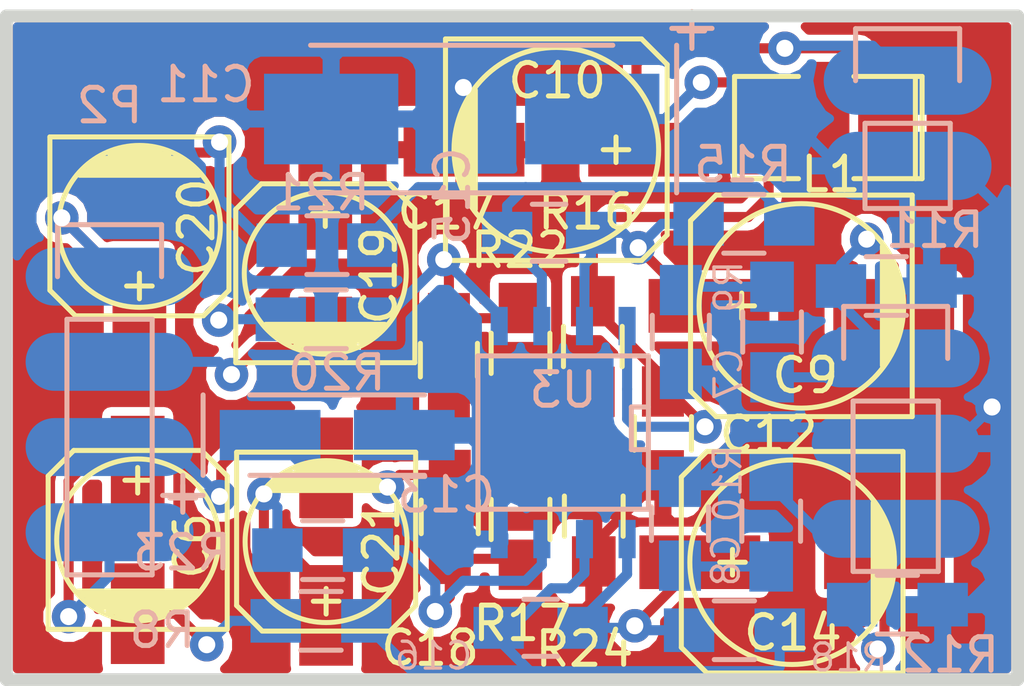
<source format=kicad_pcb>
(kicad_pcb (version 4) (host pcbnew 0.201603031449+6606~43~ubuntu14.04.1-product)

  (general
    (links 57)
    (no_connects 0)
    (area 94.983299 170.624499 125.488701 190.792101)
    (thickness 1.6002)
    (drawings 6)
    (tracks 264)
    (zones 0)
    (modules 35)
    (nets 23)
  )

  (page A4)
  (title_block
    (date "25 feb 2014")
  )

  (layers
    (0 Front signal)
    (31 Back signal)
    (32 B.Adhes user)
    (33 F.Adhes user hide)
    (34 B.Paste user)
    (35 F.Paste user hide)
    (36 B.SilkS user)
    (37 F.SilkS user hide)
    (38 B.Mask user)
    (39 F.Mask user)
    (40 Dwgs.User user)
    (41 Cmts.User user)
    (42 Eco1.User user)
    (43 Eco2.User user)
    (44 Edge.Cuts user)
  )

  (setup
    (last_trace_width 0.3)
    (trace_clearance 0.254)
    (zone_clearance 0)
    (zone_45_only yes)
    (trace_min 0.2032)
    (segment_width 0.381)
    (edge_width 0.381)
    (via_size 1)
    (via_drill 0.508)
    (via_min_size 0.889)
    (via_min_drill 0.508)
    (uvia_size 0.508)
    (uvia_drill 0.127)
    (uvias_allowed no)
    (uvia_min_size 0.508)
    (uvia_min_drill 0.127)
    (pcb_text_width 0.3048)
    (pcb_text_size 1.524 2.032)
    (mod_edge_width 0.381)
    (mod_text_size 1.524 1.524)
    (mod_text_width 0.3048)
    (pad_size 5 1.7272)
    (pad_drill 0)
    (pad_to_mask_clearance 0.254)
    (aux_axis_origin 0 0)
    (visible_elements FFFEFF1F)
    (pcbplotparams
      (layerselection 0x00030_80000001)
      (usegerberextensions true)
      (excludeedgelayer true)
      (linewidth 0.150000)
      (plotframeref false)
      (viasonmask false)
      (mode 1)
      (useauxorigin false)
      (hpglpennumber 1)
      (hpglpenspeed 20)
      (hpglpendiameter 15)
      (psnegative false)
      (psa4output false)
      (plotreference true)
      (plotvalue true)
      (plotinvisibletext false)
      (padsonsilk false)
      (subtractmaskfromsilk false)
      (outputformat 1)
      (mirror false)
      (drillshape 1)
      (scaleselection 1)
      (outputdirectory ""))
  )

  (net 0 "")
  (net 1 +12V)
  (net 2 "Net-(C6-Pad2)")
  (net 3 "Net-(C8-Pad1)")
  (net 4 /AOUTL)
  (net 5 /AOUTR)
  (net 6 GNDA)
  (net 7 +12C)
  (net 8 /VGND)
  (net 9 "Net-(C7-Pad1)")
  (net 10 "Net-(C15-Pad1)")
  (net 11 "Net-(C14-Pad1)")
  (net 12 "Net-(C15-Pad2)")
  (net 13 "Net-(C16-Pad2)")
  (net 14 "Net-(C17-Pad1)")
  (net 15 "Net-(C18-Pad1)")
  (net 16 "Net-(C19-Pad1)")
  (net 17 "Net-(C20-Pad2)")
  (net 18 "Net-(C21-Pad1)")
  (net 19 /BTOUTL+)
  (net 20 /BTOUTR-)
  (net 21 /BTOUTR+)
  (net 22 /BTOUTL-)

  (net_class Default "This is the default net class."
    (clearance 0.254)
    (trace_width 0.3)
    (via_dia 1)
    (via_drill 0.508)
    (uvia_dia 0.508)
    (uvia_drill 0.127)
    (add_net +12C)
    (add_net +12V)
    (add_net /AOUTL)
    (add_net /AOUTR)
    (add_net /BTOUTL+)
    (add_net /BTOUTL-)
    (add_net /BTOUTR+)
    (add_net /BTOUTR-)
    (add_net /VGND)
    (add_net GNDA)
    (add_net "Net-(C14-Pad1)")
    (add_net "Net-(C15-Pad1)")
    (add_net "Net-(C15-Pad2)")
    (add_net "Net-(C16-Pad2)")
    (add_net "Net-(C17-Pad1)")
    (add_net "Net-(C18-Pad1)")
    (add_net "Net-(C19-Pad1)")
    (add_net "Net-(C20-Pad2)")
    (add_net "Net-(C21-Pad1)")
    (add_net "Net-(C6-Pad2)")
    (add_net "Net-(C7-Pad1)")
    (add_net "Net-(C8-Pad1)")
  )

  (module Capacitors_SMD:c_elec_5x5.8 (layer Front) (tedit 56C5BBD1) (tstamp 568E57D2)
    (at 99.0854 186.436 90)
    (descr "SMT capacitor, aluminium electrolytic, 5x5.8")
    (path /568EA3BA)
    (attr smd)
    (fp_text reference C6 (at -0.1778 1.6256 90) (layer F.SilkS)
      (effects (font (size 1 1) (thickness 0.15)))
    )
    (fp_text value 10m/16V (at 0 3.81 90) (layer F.Fab)
      (effects (font (size 1 1) (thickness 0.15)))
    )
    (fp_line (start -3.95 -3) (end 3.95 -3) (layer F.CrtYd) (width 0.05))
    (fp_line (start 3.95 -3) (end 3.95 3) (layer F.CrtYd) (width 0.05))
    (fp_line (start 3.95 3) (end -3.95 3) (layer F.CrtYd) (width 0.05))
    (fp_line (start -3.95 3) (end -3.95 -3) (layer F.CrtYd) (width 0.05))
    (fp_line (start -2.286 -0.635) (end -2.286 0.762) (layer F.SilkS) (width 0.15))
    (fp_line (start -2.159 -0.889) (end -2.159 0.889) (layer F.SilkS) (width 0.15))
    (fp_line (start -2.032 -1.27) (end -2.032 1.27) (layer F.SilkS) (width 0.15))
    (fp_line (start -1.905 1.397) (end -1.905 -1.397) (layer F.SilkS) (width 0.15))
    (fp_line (start -1.778 -1.524) (end -1.778 1.524) (layer F.SilkS) (width 0.15))
    (fp_line (start -1.651 1.651) (end -1.651 -1.651) (layer F.SilkS) (width 0.15))
    (fp_line (start -1.524 -1.778) (end -1.524 1.778) (layer F.SilkS) (width 0.15))
    (fp_line (start -2.667 -2.667) (end 1.905 -2.667) (layer F.SilkS) (width 0.15))
    (fp_line (start 1.905 -2.667) (end 2.667 -1.905) (layer F.SilkS) (width 0.15))
    (fp_line (start 2.667 -1.905) (end 2.667 1.905) (layer F.SilkS) (width 0.15))
    (fp_line (start 2.667 1.905) (end 1.905 2.667) (layer F.SilkS) (width 0.15))
    (fp_line (start 1.905 2.667) (end -2.667 2.667) (layer F.SilkS) (width 0.15))
    (fp_line (start -2.667 2.667) (end -2.667 -2.667) (layer F.SilkS) (width 0.15))
    (fp_line (start 2.159 0) (end 1.397 0) (layer F.SilkS) (width 0.15))
    (fp_line (start 1.778 -0.381) (end 1.778 0.381) (layer F.SilkS) (width 0.15))
    (fp_circle (center 0 0) (end -2.413 0) (layer F.SilkS) (width 0.15))
    (pad 1 smd rect (at 2.19964 0 90) (size 2.99974 1.6002) (layers Front F.Paste F.Mask)
      (net 19 /BTOUTL+))
    (pad 2 smd rect (at -2.19964 0 90) (size 2.99974 1.6002) (layers Front F.Paste F.Mask)
      (net 2 "Net-(C6-Pad2)"))
    (model Capacitors_SMD.3dshapes/c_elec_5x5.8.wrl
      (at (xyz 0 0 0))
      (scale (xyz 1 1 1))
      (rotate (xyz 0 0 0))
    )
  )

  (module Capacitors_SMD:c_elec_6.3x7.7 (layer Front) (tedit 56C5BD4D) (tstamp 568E5834)
    (at 111.5568 174.8028)
    (descr "SMT capacitor, aluminium electrolytic, 6.3x7.7")
    (path /568E86D3)
    (attr smd)
    (fp_text reference C10 (at 0.0254 -2.0574) (layer F.SilkS)
      (effects (font (size 1 1) (thickness 0.15)))
    )
    (fp_text value 100m/25V (at 0 4.318) (layer F.Fab)
      (effects (font (size 1 1) (thickness 0.15)))
    )
    (fp_line (start -4.85 -3.55) (end 4.85 -3.55) (layer F.CrtYd) (width 0.05))
    (fp_line (start 4.85 -3.55) (end 4.85 3.55) (layer F.CrtYd) (width 0.05))
    (fp_line (start 4.85 3.55) (end -4.85 3.55) (layer F.CrtYd) (width 0.05))
    (fp_line (start -4.85 3.55) (end -4.85 -3.55) (layer F.CrtYd) (width 0.05))
    (fp_line (start -2.921 -0.762) (end -2.921 0.762) (layer F.SilkS) (width 0.15))
    (fp_line (start -2.794 1.143) (end -2.794 -1.143) (layer F.SilkS) (width 0.15))
    (fp_line (start -2.667 -1.397) (end -2.667 1.397) (layer F.SilkS) (width 0.15))
    (fp_line (start -2.54 1.651) (end -2.54 -1.651) (layer F.SilkS) (width 0.15))
    (fp_line (start -2.413 -1.778) (end -2.413 1.778) (layer F.SilkS) (width 0.15))
    (fp_line (start -3.302 -3.302) (end -3.302 3.302) (layer F.SilkS) (width 0.15))
    (fp_line (start -3.302 3.302) (end 2.54 3.302) (layer F.SilkS) (width 0.15))
    (fp_line (start 2.54 3.302) (end 3.302 2.54) (layer F.SilkS) (width 0.15))
    (fp_line (start 3.302 2.54) (end 3.302 -2.54) (layer F.SilkS) (width 0.15))
    (fp_line (start 3.302 -2.54) (end 2.54 -3.302) (layer F.SilkS) (width 0.15))
    (fp_line (start 2.54 -3.302) (end -3.302 -3.302) (layer F.SilkS) (width 0.15))
    (fp_line (start 2.159 0) (end 1.397 0) (layer F.SilkS) (width 0.15))
    (fp_line (start 1.778 -0.381) (end 1.778 0.381) (layer F.SilkS) (width 0.15))
    (fp_circle (center 0 0) (end -3.048 0) (layer F.SilkS) (width 0.15))
    (pad 1 smd rect (at 2.75082 0) (size 3.59918 1.6002) (layers Front F.Paste F.Mask)
      (net 1 +12V))
    (pad 2 smd rect (at -2.75082 0) (size 3.59918 1.6002) (layers Front F.Paste F.Mask)
      (net 6 GNDA))
    (model Capacitors_SMD.3dshapes/c_elec_6.3x7.7.wrl
      (at (xyz 0 0 0))
      (scale (xyz 1 1 1))
      (rotate (xyz 0 0 0))
    )
  )

  (module Capacitors_SMD:c_elec_5x5.8 (layer Front) (tedit 56C5BBCC) (tstamp 568FD04F)
    (at 104.6734 178.4858 90)
    (descr "SMT capacitor, aluminium electrolytic, 5x5.8")
    (path /56921151)
    (attr smd)
    (fp_text reference C19 (at -0.0762 1.6002 90) (layer F.SilkS)
      (effects (font (size 1 1) (thickness 0.15)))
    )
    (fp_text value 10m/16V (at 0 3.81 90) (layer F.Fab)
      (effects (font (size 1 1) (thickness 0.15)))
    )
    (fp_line (start -3.95 -3) (end 3.95 -3) (layer F.CrtYd) (width 0.05))
    (fp_line (start 3.95 -3) (end 3.95 3) (layer F.CrtYd) (width 0.05))
    (fp_line (start 3.95 3) (end -3.95 3) (layer F.CrtYd) (width 0.05))
    (fp_line (start -3.95 3) (end -3.95 -3) (layer F.CrtYd) (width 0.05))
    (fp_line (start -2.286 -0.635) (end -2.286 0.762) (layer F.SilkS) (width 0.15))
    (fp_line (start -2.159 -0.889) (end -2.159 0.889) (layer F.SilkS) (width 0.15))
    (fp_line (start -2.032 -1.27) (end -2.032 1.27) (layer F.SilkS) (width 0.15))
    (fp_line (start -1.905 1.397) (end -1.905 -1.397) (layer F.SilkS) (width 0.15))
    (fp_line (start -1.778 -1.524) (end -1.778 1.524) (layer F.SilkS) (width 0.15))
    (fp_line (start -1.651 1.651) (end -1.651 -1.651) (layer F.SilkS) (width 0.15))
    (fp_line (start -1.524 -1.778) (end -1.524 1.778) (layer F.SilkS) (width 0.15))
    (fp_line (start -2.667 -2.667) (end 1.905 -2.667) (layer F.SilkS) (width 0.15))
    (fp_line (start 1.905 -2.667) (end 2.667 -1.905) (layer F.SilkS) (width 0.15))
    (fp_line (start 2.667 -1.905) (end 2.667 1.905) (layer F.SilkS) (width 0.15))
    (fp_line (start 2.667 1.905) (end 1.905 2.667) (layer F.SilkS) (width 0.15))
    (fp_line (start 1.905 2.667) (end -2.667 2.667) (layer F.SilkS) (width 0.15))
    (fp_line (start -2.667 2.667) (end -2.667 -2.667) (layer F.SilkS) (width 0.15))
    (fp_line (start 2.159 0) (end 1.397 0) (layer F.SilkS) (width 0.15))
    (fp_line (start 1.778 -0.381) (end 1.778 0.381) (layer F.SilkS) (width 0.15))
    (fp_circle (center 0 0) (end -2.413 0) (layer F.SilkS) (width 0.15))
    (pad 1 smd rect (at 2.19964 0 90) (size 2.99974 1.6002) (layers Front F.Paste F.Mask)
      (net 16 "Net-(C19-Pad1)"))
    (pad 2 smd rect (at -2.19964 0 90) (size 2.99974 1.6002) (layers Front F.Paste F.Mask)
      (net 20 /BTOUTR-))
    (model Capacitors_SMD.3dshapes/c_elec_5x5.8.wrl
      (at (xyz 0 0 0))
      (scale (xyz 1 1 1))
      (rotate (xyz 0 0 0))
    )
  )

  (module Capacitors_SMD:c_elec_5x5.8 (layer Front) (tedit 56C5BD50) (tstamp 568FD069)
    (at 99.1362 177.0888 270)
    (descr "SMT capacitor, aluminium electrolytic, 5x5.8")
    (path /56921143)
    (attr smd)
    (fp_text reference C20 (at 0.0254 -1.7018 270) (layer F.SilkS)
      (effects (font (size 1 1) (thickness 0.15)))
    )
    (fp_text value 10m/16V (at 0 3.81 270) (layer F.Fab)
      (effects (font (size 1 1) (thickness 0.15)))
    )
    (fp_line (start -3.95 -3) (end 3.95 -3) (layer F.CrtYd) (width 0.05))
    (fp_line (start 3.95 -3) (end 3.95 3) (layer F.CrtYd) (width 0.05))
    (fp_line (start 3.95 3) (end -3.95 3) (layer F.CrtYd) (width 0.05))
    (fp_line (start -3.95 3) (end -3.95 -3) (layer F.CrtYd) (width 0.05))
    (fp_line (start -2.286 -0.635) (end -2.286 0.762) (layer F.SilkS) (width 0.15))
    (fp_line (start -2.159 -0.889) (end -2.159 0.889) (layer F.SilkS) (width 0.15))
    (fp_line (start -2.032 -1.27) (end -2.032 1.27) (layer F.SilkS) (width 0.15))
    (fp_line (start -1.905 1.397) (end -1.905 -1.397) (layer F.SilkS) (width 0.15))
    (fp_line (start -1.778 -1.524) (end -1.778 1.524) (layer F.SilkS) (width 0.15))
    (fp_line (start -1.651 1.651) (end -1.651 -1.651) (layer F.SilkS) (width 0.15))
    (fp_line (start -1.524 -1.778) (end -1.524 1.778) (layer F.SilkS) (width 0.15))
    (fp_line (start -2.667 -2.667) (end 1.905 -2.667) (layer F.SilkS) (width 0.15))
    (fp_line (start 1.905 -2.667) (end 2.667 -1.905) (layer F.SilkS) (width 0.15))
    (fp_line (start 2.667 -1.905) (end 2.667 1.905) (layer F.SilkS) (width 0.15))
    (fp_line (start 2.667 1.905) (end 1.905 2.667) (layer F.SilkS) (width 0.15))
    (fp_line (start 1.905 2.667) (end -2.667 2.667) (layer F.SilkS) (width 0.15))
    (fp_line (start -2.667 2.667) (end -2.667 -2.667) (layer F.SilkS) (width 0.15))
    (fp_line (start 2.159 0) (end 1.397 0) (layer F.SilkS) (width 0.15))
    (fp_line (start 1.778 -0.381) (end 1.778 0.381) (layer F.SilkS) (width 0.15))
    (fp_circle (center 0 0) (end -2.413 0) (layer F.SilkS) (width 0.15))
    (pad 1 smd rect (at 2.19964 0 270) (size 2.99974 1.6002) (layers Front F.Paste F.Mask)
      (net 21 /BTOUTR+))
    (pad 2 smd rect (at -2.19964 0 270) (size 2.99974 1.6002) (layers Front F.Paste F.Mask)
      (net 17 "Net-(C20-Pad2)"))
    (model Capacitors_SMD.3dshapes/c_elec_5x5.8.wrl
      (at (xyz 0 0 0))
      (scale (xyz 1 1 1))
      (rotate (xyz 0 0 0))
    )
  )

  (module Capacitors_SMD:c_elec_5x5.8 (layer Front) (tedit 56C5BD59) (tstamp 568FD083)
    (at 104.6988 186.4868 270)
    (descr "SMT capacitor, aluminium electrolytic, 5x5.8")
    (path /5691459B)
    (attr smd)
    (fp_text reference C21 (at 0.1778 -1.651 270) (layer F.SilkS)
      (effects (font (size 1 1) (thickness 0.15)))
    )
    (fp_text value 10m/16V (at 0 3.81 270) (layer F.Fab)
      (effects (font (size 1 1) (thickness 0.15)))
    )
    (fp_line (start -3.95 -3) (end 3.95 -3) (layer F.CrtYd) (width 0.05))
    (fp_line (start 3.95 -3) (end 3.95 3) (layer F.CrtYd) (width 0.05))
    (fp_line (start 3.95 3) (end -3.95 3) (layer F.CrtYd) (width 0.05))
    (fp_line (start -3.95 3) (end -3.95 -3) (layer F.CrtYd) (width 0.05))
    (fp_line (start -2.286 -0.635) (end -2.286 0.762) (layer F.SilkS) (width 0.15))
    (fp_line (start -2.159 -0.889) (end -2.159 0.889) (layer F.SilkS) (width 0.15))
    (fp_line (start -2.032 -1.27) (end -2.032 1.27) (layer F.SilkS) (width 0.15))
    (fp_line (start -1.905 1.397) (end -1.905 -1.397) (layer F.SilkS) (width 0.15))
    (fp_line (start -1.778 -1.524) (end -1.778 1.524) (layer F.SilkS) (width 0.15))
    (fp_line (start -1.651 1.651) (end -1.651 -1.651) (layer F.SilkS) (width 0.15))
    (fp_line (start -1.524 -1.778) (end -1.524 1.778) (layer F.SilkS) (width 0.15))
    (fp_line (start -2.667 -2.667) (end 1.905 -2.667) (layer F.SilkS) (width 0.15))
    (fp_line (start 1.905 -2.667) (end 2.667 -1.905) (layer F.SilkS) (width 0.15))
    (fp_line (start 2.667 -1.905) (end 2.667 1.905) (layer F.SilkS) (width 0.15))
    (fp_line (start 2.667 1.905) (end 1.905 2.667) (layer F.SilkS) (width 0.15))
    (fp_line (start 1.905 2.667) (end -2.667 2.667) (layer F.SilkS) (width 0.15))
    (fp_line (start -2.667 2.667) (end -2.667 -2.667) (layer F.SilkS) (width 0.15))
    (fp_line (start 2.159 0) (end 1.397 0) (layer F.SilkS) (width 0.15))
    (fp_line (start 1.778 -0.381) (end 1.778 0.381) (layer F.SilkS) (width 0.15))
    (fp_circle (center 0 0) (end -2.413 0) (layer F.SilkS) (width 0.15))
    (pad 1 smd rect (at 2.19964 0 270) (size 2.99974 1.6002) (layers Front F.Paste F.Mask)
      (net 18 "Net-(C21-Pad1)"))
    (pad 2 smd rect (at -2.19964 0 270) (size 2.99974 1.6002) (layers Front F.Paste F.Mask)
      (net 22 /BTOUTL-))
    (model Capacitors_SMD.3dshapes/c_elec_5x5.8.wrl
      (at (xyz 0 0 0))
      (scale (xyz 1 1 1))
      (rotate (xyz 0 0 0))
    )
  )

  (module Resistors_SMD:R_0805_HandSoldering (layer Back) (tedit 56C5BC16) (tstamp 568FD0CB)
    (at 104.5972 186.7408)
    (descr "Resistor SMD 0805, hand soldering")
    (tags "resistor 0805")
    (path /56914B95)
    (attr smd)
    (fp_text reference R23 (at -4.191 0.0762) (layer B.SilkS)
      (effects (font (size 1 1) (thickness 0.15)) (justify mirror))
    )
    (fp_text value 22k (at 0 -2.1) (layer B.Fab)
      (effects (font (size 1 1) (thickness 0.15)) (justify mirror))
    )
    (fp_line (start -2.4 1) (end 2.4 1) (layer B.CrtYd) (width 0.05))
    (fp_line (start -2.4 -1) (end 2.4 -1) (layer B.CrtYd) (width 0.05))
    (fp_line (start -2.4 1) (end -2.4 -1) (layer B.CrtYd) (width 0.05))
    (fp_line (start 2.4 1) (end 2.4 -1) (layer B.CrtYd) (width 0.05))
    (fp_line (start 0.6 -0.875) (end -0.6 -0.875) (layer B.SilkS) (width 0.15))
    (fp_line (start -0.6 0.875) (end 0.6 0.875) (layer B.SilkS) (width 0.15))
    (pad 1 smd rect (at -1.35 0) (size 1.5 1.3) (layers Back B.Paste B.Mask)
      (net 18 "Net-(C21-Pad1)"))
    (pad 2 smd rect (at 1.35 0) (size 1.5 1.3) (layers Back B.Paste B.Mask)
      (net 15 "Net-(C18-Pad1)"))
    (model Resistors_SMD.3dshapes/R_0805_HandSoldering.wrl
      (at (xyz 0 0 0))
      (scale (xyz 1 1 1))
      (rotate (xyz 0 0 0))
    )
  )

  (module Capacitors_SMD:c_elec_6.3x5.7 (layer Front) (tedit 56C5BD3D) (tstamp 568E581C)
    (at 118.85676 179.45862 180)
    (descr "SMT capacitor, aluminium electrolytic, 6.3x5.7")
    (path /5692116B)
    (attr smd)
    (fp_text reference C9 (at -0.11684 -2.07518 180) (layer F.SilkS)
      (effects (font (size 1 1) (thickness 0.15)))
    )
    (fp_text value 47m/25V (at 0 3.81 180) (layer F.Fab)
      (effects (font (size 1 1) (thickness 0.15)))
    )
    (fp_line (start -4.85 -3.65) (end 4.85 -3.65) (layer F.CrtYd) (width 0.05))
    (fp_line (start 4.85 -3.65) (end 4.85 3.65) (layer F.CrtYd) (width 0.05))
    (fp_line (start 4.85 3.65) (end -4.85 3.65) (layer F.CrtYd) (width 0.05))
    (fp_line (start -4.85 3.65) (end -4.85 -3.65) (layer F.CrtYd) (width 0.05))
    (fp_line (start -2.921 -0.762) (end -2.921 0.762) (layer F.SilkS) (width 0.15))
    (fp_line (start -2.794 1.143) (end -2.794 -1.143) (layer F.SilkS) (width 0.15))
    (fp_line (start -2.667 -1.397) (end -2.667 1.397) (layer F.SilkS) (width 0.15))
    (fp_line (start -2.54 1.651) (end -2.54 -1.651) (layer F.SilkS) (width 0.15))
    (fp_line (start -2.413 -1.778) (end -2.413 1.778) (layer F.SilkS) (width 0.15))
    (fp_line (start -3.302 -3.302) (end -3.302 3.302) (layer F.SilkS) (width 0.15))
    (fp_line (start -3.302 3.302) (end 2.54 3.302) (layer F.SilkS) (width 0.15))
    (fp_line (start 2.54 3.302) (end 3.302 2.54) (layer F.SilkS) (width 0.15))
    (fp_line (start 3.302 2.54) (end 3.302 -2.54) (layer F.SilkS) (width 0.15))
    (fp_line (start 3.302 -2.54) (end 2.54 -3.302) (layer F.SilkS) (width 0.15))
    (fp_line (start 2.54 -3.302) (end -3.302 -3.302) (layer F.SilkS) (width 0.15))
    (fp_line (start 2.159 0) (end 1.397 0) (layer F.SilkS) (width 0.15))
    (fp_line (start 1.778 -0.381) (end 1.778 0.381) (layer F.SilkS) (width 0.15))
    (fp_circle (center 0 0) (end -3.048 0) (layer F.SilkS) (width 0.15))
    (pad 1 smd rect (at 2.75082 0 180) (size 3.59918 1.6002) (layers Front F.Paste F.Mask)
      (net 10 "Net-(C15-Pad1)"))
    (pad 2 smd rect (at -2.75082 0 180) (size 3.59918 1.6002) (layers Front F.Paste F.Mask)
      (net 5 /AOUTR))
  )

  (module Capacitors_Tantalum_SMD:TantalC_SizeD_EIA-7343_HandSoldering (layer Back) (tedit 56C5BCE5) (tstamp 568E5840)
    (at 108.7374 173.8884 180)
    (descr "Tantal Cap. , Size D, EIA-7343, Hand Soldering,")
    (tags "Tantal Cap. , Size D, EIA-7343, Hand Soldering,")
    (path /568E5BCE)
    (attr smd)
    (fp_text reference C11 (at 7.62 1.0287 180) (layer B.SilkS)
      (effects (font (size 1 1) (thickness 0.15)) (justify mirror))
    )
    (fp_text value 47m/25V (at -0.09906 -3.59918 180) (layer B.Fab)
      (effects (font (size 1 1) (thickness 0.15)) (justify mirror))
    )
    (fp_line (start -6.40334 2.19964) (end -6.40334 -2.19964) (layer B.SilkS) (width 0.15))
    (fp_line (start -4.50088 -2.19964) (end 4.50088 -2.19964) (layer B.SilkS) (width 0.15))
    (fp_line (start 4.50088 2.19964) (end -4.50088 2.19964) (layer B.SilkS) (width 0.15))
    (fp_text user + (at -6.85546 2.70002 180) (layer B.SilkS)
      (effects (font (size 1 1) (thickness 0.15)) (justify mirror))
    )
    (fp_line (start -6.858 3.20294) (end -6.858 2.10312) (layer B.SilkS) (width 0.15))
    (fp_line (start -7.45744 2.70256) (end -6.25856 2.70256) (layer B.SilkS) (width 0.15))
    (pad 2 smd rect (at 3.88874 0 180) (size 4.0005 2.70002) (layers Back B.Paste B.Mask)
      (net 6 GNDA))
    (pad 1 smd rect (at -3.88874 0 180) (size 4.0005 2.70002) (layers Back B.Paste B.Mask)
      (net 7 +12C))
    (model Capacitors_Tantalum_SMD.3dshapes/TantalC_SizeD_EIA-7343_HandSoldering.wrl
      (at (xyz 0 0 0))
      (scale (xyz 1 1 1))
      (rotate (xyz 0 0 180))
    )
  )

  (module Capacitors_SMD:C_0805_HandSoldering (layer Front) (tedit 56C5BD43) (tstamp 568E584C)
    (at 114.7318 183.261 270)
    (descr "Capacitor SMD 0805, hand soldering")
    (tags "capacitor 0805")
    (path /568E5AE8)
    (attr smd)
    (fp_text reference C12 (at 0.0254 -3.1496 360) (layer F.SilkS)
      (effects (font (size 1 1) (thickness 0.15)))
    )
    (fp_text value 100n (at 0 2.1 270) (layer F.Fab)
      (effects (font (size 1 1) (thickness 0.15)))
    )
    (fp_line (start -2.3 -1) (end 2.3 -1) (layer F.CrtYd) (width 0.05))
    (fp_line (start -2.3 1) (end 2.3 1) (layer F.CrtYd) (width 0.05))
    (fp_line (start -2.3 -1) (end -2.3 1) (layer F.CrtYd) (width 0.05))
    (fp_line (start 2.3 -1) (end 2.3 1) (layer F.CrtYd) (width 0.05))
    (fp_line (start 0.5 -0.85) (end -0.5 -0.85) (layer F.SilkS) (width 0.15))
    (fp_line (start -0.5 0.85) (end 0.5 0.85) (layer F.SilkS) (width 0.15))
    (pad 1 smd rect (at -1.25 0 270) (size 1.5 1.25) (layers Front F.Paste F.Mask)
      (net 7 +12C))
    (pad 2 smd rect (at 1.25 0 270) (size 1.5 1.25) (layers Front F.Paste F.Mask)
      (net 6 GNDA))
    (model Capacitors_SMD.3dshapes/C_0805_HandSoldering.wrl
      (at (xyz 0 0 0))
      (scale (xyz 1 1 1))
      (rotate (xyz 0 0 0))
    )
  )

  (module Capacitors_Tantalum_SMD:TantalC_SizeA_EIA-3216_HandSoldering (layer Back) (tedit 56C5BE5B) (tstamp 568E5858)
    (at 105.029 183.3118)
    (descr "Tantal Cap. , Size A, EIA-3216, Hand Soldering,")
    (tags "Tantal Cap. , Size A, EIA-3216, Hand Soldering,")
    (path /568E8D5E)
    (attr smd)
    (fp_text reference C13 (at 3.2512 1.778 180) (layer B.SilkS)
      (effects (font (size 1 1) (thickness 0.15)) (justify mirror))
    )
    (fp_text value 2m2/16V (at -0.09906 -3.0988) (layer B.Fab)
      (effects (font (size 1 1) (thickness 0.15)) (justify mirror))
    )
    (fp_text user + (at -4.59994 1.80086) (layer B.SilkS)
      (effects (font (size 1 1) (thickness 0.15)) (justify mirror))
    )
    (fp_line (start -2.60096 -1.19888) (end 2.60096 -1.19888) (layer B.SilkS) (width 0.15))
    (fp_line (start 2.60096 1.19888) (end -2.60096 1.19888) (layer B.SilkS) (width 0.15))
    (fp_line (start -4.59994 2.2987) (end -4.59994 1.19888) (layer B.SilkS) (width 0.15))
    (fp_line (start -5.19938 1.79832) (end -4.0005 1.79832) (layer B.SilkS) (width 0.15))
    (fp_line (start -3.99542 1.19888) (end -3.99542 -1.19888) (layer B.SilkS) (width 0.15))
    (pad 2 smd rect (at 1.99898 0) (size 2.99974 1.50114) (layers Back B.Paste B.Mask)
      (net 6 GNDA))
    (pad 1 smd rect (at -1.99898 0) (size 2.99974 1.50114) (layers Back B.Paste B.Mask)
      (net 8 /VGND))
    (model Capacitors_Tantalum_SMD.3dshapes/TantalC_SizeA_EIA-3216_HandSoldering.wrl
      (at (xyz 0 0 0))
      (scale (xyz 1 1 1))
      (rotate (xyz 0 0 180))
    )
  )

  (module Resistors_SMD:R_0805_HandSoldering (layer Back) (tedit 56C5BC12) (tstamp 568E5864)
    (at 104.5464 188.849 180)
    (descr "Resistor SMD 0805, hand soldering")
    (tags "resistor 0805")
    (path /568EB654)
    (attr smd)
    (fp_text reference R8 (at 4.7244 -0.2794 180) (layer B.SilkS)
      (effects (font (size 1 1) (thickness 0.15)) (justify mirror))
    )
    (fp_text value 22k (at 0 -2.1 180) (layer B.Fab)
      (effects (font (size 1 1) (thickness 0.15)) (justify mirror))
    )
    (fp_line (start -2.4 1) (end 2.4 1) (layer B.CrtYd) (width 0.05))
    (fp_line (start -2.4 -1) (end 2.4 -1) (layer B.CrtYd) (width 0.05))
    (fp_line (start -2.4 1) (end -2.4 -1) (layer B.CrtYd) (width 0.05))
    (fp_line (start 2.4 1) (end 2.4 -1) (layer B.CrtYd) (width 0.05))
    (fp_line (start 0.6 -0.875) (end -0.6 -0.875) (layer B.SilkS) (width 0.15))
    (fp_line (start -0.6 0.875) (end 0.6 0.875) (layer B.SilkS) (width 0.15))
    (pad 1 smd rect (at -1.35 0 180) (size 1.5 1.3) (layers Back B.Paste B.Mask)
      (net 13 "Net-(C16-Pad2)"))
    (pad 2 smd rect (at 1.35 0 180) (size 1.5 1.3) (layers Back B.Paste B.Mask)
      (net 2 "Net-(C6-Pad2)"))
    (model Resistors_SMD.3dshapes/R_0805_HandSoldering.wrl
      (at (xyz 0 0 0))
      (scale (xyz 1 1 1))
      (rotate (xyz 0 0 0))
    )
  )

  (module Resistors_SMD:R_0805_HandSoldering (layer Back) (tedit 56C5BCBB) (tstamp 568E5870)
    (at 117.983 180.2384 270)
    (descr "Resistor SMD 0805, hand soldering")
    (tags "resistor 0805")
    (path /569211BB)
    (attr smd)
    (fp_text reference R9 (at -1.3462 1.2954 270) (layer B.SilkS)
      (effects (font (size 0.8 0.8) (thickness 0.1)) (justify mirror))
    )
    (fp_text value 39R (at 0 -2.1 270) (layer B.Fab)
      (effects (font (size 1 1) (thickness 0.15)) (justify mirror))
    )
    (fp_line (start -2.4 1) (end 2.4 1) (layer B.CrtYd) (width 0.05))
    (fp_line (start -2.4 -1) (end 2.4 -1) (layer B.CrtYd) (width 0.05))
    (fp_line (start -2.4 1) (end -2.4 -1) (layer B.CrtYd) (width 0.05))
    (fp_line (start 2.4 1) (end 2.4 -1) (layer B.CrtYd) (width 0.05))
    (fp_line (start 0.6 -0.875) (end -0.6 -0.875) (layer B.SilkS) (width 0.15))
    (fp_line (start -0.6 0.875) (end 0.6 0.875) (layer B.SilkS) (width 0.15))
    (pad 1 smd rect (at -1.35 0 270) (size 1.5 1.3) (layers Back B.Paste B.Mask)
      (net 9 "Net-(C7-Pad1)"))
    (pad 2 smd rect (at 1.35 0 270) (size 1.5 1.3) (layers Back B.Paste B.Mask)
      (net 5 /AOUTR))
    (model Resistors_SMD.3dshapes/R_0805_HandSoldering.wrl
      (at (xyz 0 0 0))
      (scale (xyz 1 1 1))
      (rotate (xyz 0 0 0))
    )
  )

  (module Resistors_SMD:R_0805_HandSoldering (layer Back) (tedit 56C5BC8C) (tstamp 568E587C)
    (at 117.9576 185.8772 90)
    (descr "Resistor SMD 0805, hand soldering")
    (tags "resistor 0805")
    (path /5691FE26)
    (attr smd)
    (fp_text reference R10 (at 1.1176 -1.2954 90) (layer B.SilkS)
      (effects (font (size 0.8 0.8) (thickness 0.1)) (justify mirror))
    )
    (fp_text value 39R (at 0 -2.1 90) (layer B.Fab)
      (effects (font (size 1 1) (thickness 0.15)) (justify mirror))
    )
    (fp_line (start -2.4 1) (end 2.4 1) (layer B.CrtYd) (width 0.05))
    (fp_line (start -2.4 -1) (end 2.4 -1) (layer B.CrtYd) (width 0.05))
    (fp_line (start -2.4 1) (end -2.4 -1) (layer B.CrtYd) (width 0.05))
    (fp_line (start 2.4 1) (end 2.4 -1) (layer B.CrtYd) (width 0.05))
    (fp_line (start 0.6 -0.875) (end -0.6 -0.875) (layer B.SilkS) (width 0.15))
    (fp_line (start -0.6 0.875) (end 0.6 0.875) (layer B.SilkS) (width 0.15))
    (pad 1 smd rect (at -1.35 0 90) (size 1.5 1.3) (layers Back B.Paste B.Mask)
      (net 3 "Net-(C8-Pad1)"))
    (pad 2 smd rect (at 1.35 0 90) (size 1.5 1.3) (layers Back B.Paste B.Mask)
      (net 4 /AOUTL))
    (model Resistors_SMD.3dshapes/R_0805_HandSoldering.wrl
      (at (xyz 0 0 0))
      (scale (xyz 1 1 1))
      (rotate (xyz 0 0 0))
    )
  )

  (module Resistors_SMD:R_0805_HandSoldering (layer Back) (tedit 56C5BCEC) (tstamp 568E5888)
    (at 121.3866 178.8668 180)
    (descr "Resistor SMD 0805, hand soldering")
    (tags "resistor 0805")
    (path /569211A6)
    (attr smd)
    (fp_text reference R11 (at -1.4478 1.6637 180) (layer B.SilkS)
      (effects (font (size 1 1) (thickness 0.15)) (justify mirror))
    )
    (fp_text value 47k (at 0 -2.1 180) (layer B.Fab)
      (effects (font (size 1 1) (thickness 0.15)) (justify mirror))
    )
    (fp_line (start -2.4 1) (end 2.4 1) (layer B.CrtYd) (width 0.05))
    (fp_line (start -2.4 -1) (end 2.4 -1) (layer B.CrtYd) (width 0.05))
    (fp_line (start -2.4 1) (end -2.4 -1) (layer B.CrtYd) (width 0.05))
    (fp_line (start 2.4 1) (end 2.4 -1) (layer B.CrtYd) (width 0.05))
    (fp_line (start 0.6 -0.875) (end -0.6 -0.875) (layer B.SilkS) (width 0.15))
    (fp_line (start -0.6 0.875) (end 0.6 0.875) (layer B.SilkS) (width 0.15))
    (pad 1 smd rect (at -1.35 0 180) (size 1.5 1.3) (layers Back B.Paste B.Mask)
      (net 6 GNDA))
    (pad 2 smd rect (at 1.35 0 180) (size 1.5 1.3) (layers Back B.Paste B.Mask)
      (net 5 /AOUTR))
    (model Resistors_SMD.3dshapes/R_0805_HandSoldering.wrl
      (at (xyz 0 0 0))
      (scale (xyz 1 1 1))
      (rotate (xyz 0 0 0))
    )
  )

  (module Resistors_SMD:R_0805_HandSoldering (layer Back) (tedit 56C5BE3B) (tstamp 568E5894)
    (at 121.7168 188.3664 180)
    (descr "Resistor SMD 0805, hand soldering")
    (tags "resistor 0805")
    (path /5691ED5C)
    (attr smd)
    (fp_text reference R12 (at -1.5748 -1.4986 180) (layer B.SilkS)
      (effects (font (size 1 1) (thickness 0.15)) (justify mirror))
    )
    (fp_text value 47k (at 0 -2.1 180) (layer B.Fab)
      (effects (font (size 1 1) (thickness 0.15)) (justify mirror))
    )
    (fp_line (start -2.4 1) (end 2.4 1) (layer B.CrtYd) (width 0.05))
    (fp_line (start -2.4 -1) (end 2.4 -1) (layer B.CrtYd) (width 0.05))
    (fp_line (start -2.4 1) (end -2.4 -1) (layer B.CrtYd) (width 0.05))
    (fp_line (start 2.4 1) (end 2.4 -1) (layer B.CrtYd) (width 0.05))
    (fp_line (start 0.6 -0.875) (end -0.6 -0.875) (layer B.SilkS) (width 0.15))
    (fp_line (start -0.6 0.875) (end 0.6 0.875) (layer B.SilkS) (width 0.15))
    (pad 1 smd rect (at -1.35 0 180) (size 1.5 1.3) (layers Back B.Paste B.Mask)
      (net 6 GNDA))
    (pad 2 smd rect (at 1.35 0 180) (size 1.5 1.3) (layers Back B.Paste B.Mask)
      (net 4 /AOUTL))
    (model Resistors_SMD.3dshapes/R_0805_HandSoldering.wrl
      (at (xyz 0 0 0))
      (scale (xyz 1 1 1))
      (rotate (xyz 0 0 0))
    )
  )

  (module Resistors_SMD:R_0805_HandSoldering (layer Back) (tedit 56C5BCCF) (tstamp 568E58B8)
    (at 117.1448 177.0126 180)
    (descr "Resistor SMD 0805, hand soldering")
    (tags "resistor 0805")
    (path /56921165)
    (attr smd)
    (fp_text reference R15 (at 0.0254 1.7653 180) (layer B.SilkS)
      (effects (font (size 1 1) (thickness 0.15)) (justify mirror))
    )
    (fp_text value 47k (at 0 -2.1 180) (layer B.Fab)
      (effects (font (size 1 1) (thickness 0.15)) (justify mirror))
    )
    (fp_line (start -2.4 1) (end 2.4 1) (layer B.CrtYd) (width 0.05))
    (fp_line (start -2.4 -1) (end 2.4 -1) (layer B.CrtYd) (width 0.05))
    (fp_line (start -2.4 1) (end -2.4 -1) (layer B.CrtYd) (width 0.05))
    (fp_line (start 2.4 1) (end 2.4 -1) (layer B.CrtYd) (width 0.05))
    (fp_line (start 0.6 -0.875) (end -0.6 -0.875) (layer B.SilkS) (width 0.15))
    (fp_line (start -0.6 0.875) (end 0.6 0.875) (layer B.SilkS) (width 0.15))
    (pad 1 smd rect (at -1.35 0 180) (size 1.5 1.3) (layers Back B.Paste B.Mask)
      (net 12 "Net-(C15-Pad2)"))
    (pad 2 smd rect (at 1.35 0 180) (size 1.5 1.3) (layers Back B.Paste B.Mask)
      (net 10 "Net-(C15-Pad1)"))
    (model Resistors_SMD.3dshapes/R_0805_HandSoldering.wrl
      (at (xyz 0 0 0))
      (scale (xyz 1 1 1))
      (rotate (xyz 0 0 0))
    )
  )

  (module Resistors_SMD:R_0805_HandSoldering (layer Front) (tedit 56C5BD7C) (tstamp 568E58C4)
    (at 112.64392 180.6702 90)
    (descr "Resistor SMD 0805, hand soldering")
    (tags "resistor 0805")
    (path /568E4746)
    (attr smd)
    (fp_text reference R16 (at 4.0132 -0.17272 180) (layer F.SilkS)
      (effects (font (size 1 1) (thickness 0.15)))
    )
    (fp_text value 100k (at 0 2.1 90) (layer F.Fab)
      (effects (font (size 1 1) (thickness 0.15)))
    )
    (fp_line (start -2.4 -1) (end 2.4 -1) (layer F.CrtYd) (width 0.05))
    (fp_line (start -2.4 1) (end 2.4 1) (layer F.CrtYd) (width 0.05))
    (fp_line (start -2.4 -1) (end -2.4 1) (layer F.CrtYd) (width 0.05))
    (fp_line (start 2.4 -1) (end 2.4 1) (layer F.CrtYd) (width 0.05))
    (fp_line (start 0.6 0.875) (end -0.6 0.875) (layer F.SilkS) (width 0.15))
    (fp_line (start -0.6 -0.875) (end 0.6 -0.875) (layer F.SilkS) (width 0.15))
    (pad 1 smd rect (at -1.35 0 90) (size 1.5 1.3) (layers Front F.Paste F.Mask)
      (net 8 /VGND))
    (pad 2 smd rect (at 1.35 0 90) (size 1.5 1.3) (layers Front F.Paste F.Mask)
      (net 7 +12C))
    (model Resistors_SMD.3dshapes/R_0805_HandSoldering.wrl
      (at (xyz 0 0 0))
      (scale (xyz 1 1 1))
      (rotate (xyz 0 0 0))
    )
  )

  (module Resistors_SMD:R_0805_HandSoldering (layer Front) (tedit 56C5BD63) (tstamp 568E58D0)
    (at 112.67186 185.72734 90)
    (descr "Resistor SMD 0805, hand soldering")
    (tags "resistor 0805")
    (path /568E4B22)
    (attr smd)
    (fp_text reference R17 (at -3.19786 -2.13106 180) (layer F.SilkS)
      (effects (font (size 1 1) (thickness 0.15)))
    )
    (fp_text value 100k (at 0 2.1 90) (layer F.Fab)
      (effects (font (size 1 1) (thickness 0.15)))
    )
    (fp_line (start -2.4 -1) (end 2.4 -1) (layer F.CrtYd) (width 0.05))
    (fp_line (start -2.4 1) (end 2.4 1) (layer F.CrtYd) (width 0.05))
    (fp_line (start -2.4 -1) (end -2.4 1) (layer F.CrtYd) (width 0.05))
    (fp_line (start 2.4 -1) (end 2.4 1) (layer F.CrtYd) (width 0.05))
    (fp_line (start 0.6 0.875) (end -0.6 0.875) (layer F.SilkS) (width 0.15))
    (fp_line (start -0.6 -0.875) (end 0.6 -0.875) (layer F.SilkS) (width 0.15))
    (pad 1 smd rect (at -1.35 0 90) (size 1.5 1.3) (layers Front F.Paste F.Mask)
      (net 6 GNDA))
    (pad 2 smd rect (at 1.35 0 90) (size 1.5 1.3) (layers Front F.Paste F.Mask)
      (net 8 /VGND))
    (model Resistors_SMD.3dshapes/R_0805_HandSoldering.wrl
      (at (xyz 0 0 0))
      (scale (xyz 1 1 1))
      (rotate (xyz 0 0 0))
    )
  )

  (module SMD_Packages:SOIC-8-N (layer Back) (tedit 0) (tstamp 568E58E3)
    (at 111.76 183.2356 180)
    (descr "Module Narrow CMS SOJ 8 pins large")
    (tags "CMS SOJ")
    (path /568E1B3B)
    (attr smd)
    (fp_text reference U3 (at 0 1.27 180) (layer B.SilkS)
      (effects (font (size 1 1) (thickness 0.15)) (justify mirror))
    )
    (fp_text value LM358 (at 0 -1.27 180) (layer B.Fab)
      (effects (font (size 1 1) (thickness 0.15)) (justify mirror))
    )
    (fp_line (start -2.54 2.286) (end 2.54 2.286) (layer B.SilkS) (width 0.15))
    (fp_line (start 2.54 2.286) (end 2.54 -2.286) (layer B.SilkS) (width 0.15))
    (fp_line (start 2.54 -2.286) (end -2.54 -2.286) (layer B.SilkS) (width 0.15))
    (fp_line (start -2.54 -2.286) (end -2.54 2.286) (layer B.SilkS) (width 0.15))
    (fp_line (start -2.54 0.762) (end -2.032 0.762) (layer B.SilkS) (width 0.15))
    (fp_line (start -2.032 0.762) (end -2.032 -0.508) (layer B.SilkS) (width 0.15))
    (fp_line (start -2.032 -0.508) (end -2.54 -0.508) (layer B.SilkS) (width 0.15))
    (pad 8 smd rect (at -1.905 3.175 180) (size 0.508 1.143) (layers Back B.Paste B.Mask)
      (net 7 +12C))
    (pad 7 smd rect (at -0.635 3.175 180) (size 0.508 1.143) (layers Back B.Paste B.Mask)
      (net 10 "Net-(C15-Pad1)"))
    (pad 6 smd rect (at 0.635 3.175 180) (size 0.508 1.143) (layers Back B.Paste B.Mask)
      (net 12 "Net-(C15-Pad2)"))
    (pad 5 smd rect (at 1.905 3.175 180) (size 0.508 1.143) (layers Back B.Paste B.Mask)
      (net 14 "Net-(C17-Pad1)"))
    (pad 4 smd rect (at 1.905 -3.175 180) (size 0.508 1.143) (layers Back B.Paste B.Mask)
      (net 6 GNDA))
    (pad 3 smd rect (at 0.635 -3.175 180) (size 0.508 1.143) (layers Back B.Paste B.Mask)
      (net 15 "Net-(C18-Pad1)"))
    (pad 2 smd rect (at -0.635 -3.175 180) (size 0.508 1.143) (layers Back B.Paste B.Mask)
      (net 13 "Net-(C16-Pad2)"))
    (pad 1 smd rect (at -1.905 -3.175 180) (size 0.508 1.143) (layers Back B.Paste B.Mask)
      (net 11 "Net-(C14-Pad1)"))
    (model SMD_Packages.3dshapes/SOIC-8-N.wrl
      (at (xyz 0 0 0))
      (scale (xyz 0.5 0.38 0.5))
      (rotate (xyz 0 0 0))
    )
  )

  (module SMD_Packages:SMD-1210_Pol (layer Front) (tedit 56C5BD49) (tstamp 568E8BD5)
    (at 119.6594 174.1424 180)
    (tags "CMS SM")
    (path /568E3F8D)
    (attr smd)
    (fp_text reference L1 (at -0.0762 -1.397 180) (layer F.SilkS)
      (effects (font (size 1 1) (thickness 0.15)))
    )
    (fp_text value INDUCTOR (at 0 0.762 180) (layer F.Fab)
      (effects (font (size 1 1) (thickness 0.15)))
    )
    (fp_line (start -2.794 -1.524) (end -2.794 1.524) (layer F.SilkS) (width 0.15))
    (fp_line (start 0.889 1.524) (end 2.794 1.524) (layer F.SilkS) (width 0.15))
    (fp_line (start 2.794 1.524) (end 2.794 -1.524) (layer F.SilkS) (width 0.15))
    (fp_line (start 2.794 -1.524) (end 0.889 -1.524) (layer F.SilkS) (width 0.15))
    (fp_line (start -0.762 -1.524) (end -2.794 -1.524) (layer F.SilkS) (width 0.15))
    (fp_line (start -2.594 -1.524) (end -2.594 1.524) (layer F.SilkS) (width 0.15))
    (fp_line (start -2.794 1.524) (end -0.762 1.524) (layer F.SilkS) (width 0.15))
    (pad 1 smd rect (at -1.778 0 180) (size 1.778 2.794) (layers Front F.Paste F.Mask)
      (net 1 +12V))
    (pad 2 smd rect (at 1.778 0 180) (size 1.778 2.794) (layers Front F.Paste F.Mask)
      (net 7 +12C))
  )

  (module Capacitors_SMD:c_elec_6.3x5.7 (layer Front) (tedit 56C5BD32) (tstamp 568FD005)
    (at 118.58244 187.10148 180)
    (descr "SMT capacitor, aluminium electrolytic, 6.3x5.7")
    (path /569195E0)
    (attr smd)
    (fp_text reference C14 (at -0.02286 -2.10312 180) (layer F.SilkS)
      (effects (font (size 1 1) (thickness 0.15)))
    )
    (fp_text value 47m/25V (at 0 3.81 180) (layer F.Fab)
      (effects (font (size 1 1) (thickness 0.15)))
    )
    (fp_line (start -4.85 -3.65) (end 4.85 -3.65) (layer F.CrtYd) (width 0.05))
    (fp_line (start 4.85 -3.65) (end 4.85 3.65) (layer F.CrtYd) (width 0.05))
    (fp_line (start 4.85 3.65) (end -4.85 3.65) (layer F.CrtYd) (width 0.05))
    (fp_line (start -4.85 3.65) (end -4.85 -3.65) (layer F.CrtYd) (width 0.05))
    (fp_line (start -2.921 -0.762) (end -2.921 0.762) (layer F.SilkS) (width 0.15))
    (fp_line (start -2.794 1.143) (end -2.794 -1.143) (layer F.SilkS) (width 0.15))
    (fp_line (start -2.667 -1.397) (end -2.667 1.397) (layer F.SilkS) (width 0.15))
    (fp_line (start -2.54 1.651) (end -2.54 -1.651) (layer F.SilkS) (width 0.15))
    (fp_line (start -2.413 -1.778) (end -2.413 1.778) (layer F.SilkS) (width 0.15))
    (fp_line (start -3.302 -3.302) (end -3.302 3.302) (layer F.SilkS) (width 0.15))
    (fp_line (start -3.302 3.302) (end 2.54 3.302) (layer F.SilkS) (width 0.15))
    (fp_line (start 2.54 3.302) (end 3.302 2.54) (layer F.SilkS) (width 0.15))
    (fp_line (start 3.302 2.54) (end 3.302 -2.54) (layer F.SilkS) (width 0.15))
    (fp_line (start 3.302 -2.54) (end 2.54 -3.302) (layer F.SilkS) (width 0.15))
    (fp_line (start 2.54 -3.302) (end -3.302 -3.302) (layer F.SilkS) (width 0.15))
    (fp_line (start 2.159 0) (end 1.397 0) (layer F.SilkS) (width 0.15))
    (fp_line (start 1.778 -0.381) (end 1.778 0.381) (layer F.SilkS) (width 0.15))
    (fp_circle (center 0 0) (end -3.048 0) (layer F.SilkS) (width 0.15))
    (pad 1 smd rect (at 2.75082 0 180) (size 3.59918 1.6002) (layers Front F.Paste F.Mask)
      (net 11 "Net-(C14-Pad1)"))
    (pad 2 smd rect (at -2.75082 0 180) (size 3.59918 1.6002) (layers Front F.Paste F.Mask)
      (net 4 /AOUTL))
  )

  (module Capacitors_SMD:C_0805_HandSoldering (layer Back) (tedit 56C5BCD7) (tstamp 568FD011)
    (at 111.3409 177.2793 180)
    (descr "Capacitor SMD 0805, hand soldering")
    (tags "capacitor 0805")
    (path /56921182)
    (attr smd)
    (fp_text reference C15 (at 2.8829 1.0922 270) (layer B.SilkS)
      (effects (font (size 1 1) (thickness 0.15)) (justify mirror))
    )
    (fp_text value 33p (at 0 -2.1 180) (layer B.Fab)
      (effects (font (size 1 1) (thickness 0.15)) (justify mirror))
    )
    (fp_line (start -2.3 1) (end 2.3 1) (layer B.CrtYd) (width 0.05))
    (fp_line (start -2.3 -1) (end 2.3 -1) (layer B.CrtYd) (width 0.05))
    (fp_line (start -2.3 1) (end -2.3 -1) (layer B.CrtYd) (width 0.05))
    (fp_line (start 2.3 1) (end 2.3 -1) (layer B.CrtYd) (width 0.05))
    (fp_line (start 0.5 0.85) (end -0.5 0.85) (layer B.SilkS) (width 0.15))
    (fp_line (start -0.5 -0.85) (end 0.5 -0.85) (layer B.SilkS) (width 0.15))
    (pad 1 smd rect (at -1.25 0 180) (size 1.5 1.25) (layers Back B.Paste B.Mask)
      (net 10 "Net-(C15-Pad1)"))
    (pad 2 smd rect (at 1.25 0 180) (size 1.5 1.25) (layers Back B.Paste B.Mask)
      (net 12 "Net-(C15-Pad2)"))
    (model Capacitors_SMD.3dshapes/C_0805_HandSoldering.wrl
      (at (xyz 0 0 0))
      (scale (xyz 1 1 1))
      (rotate (xyz 0 0 0))
    )
  )

  (module Capacitors_SMD:C_0805_HandSoldering (layer Back) (tedit 56C5BC3C) (tstamp 568FD01D)
    (at 111.08944 189.05728 180)
    (descr "Capacitor SMD 0805, hand soldering")
    (tags "capacitor 0805")
    (path /5691C62D)
    (attr smd)
    (fp_text reference C16 (at 3.19024 -0.83312 180) (layer B.SilkS)
      (effects (font (size 0.8 0.8) (thickness 0.1)) (justify mirror))
    )
    (fp_text value 33p (at 0 -2.1 180) (layer B.Fab)
      (effects (font (size 1 1) (thickness 0.15)) (justify mirror))
    )
    (fp_line (start -2.3 1) (end 2.3 1) (layer B.CrtYd) (width 0.05))
    (fp_line (start -2.3 -1) (end 2.3 -1) (layer B.CrtYd) (width 0.05))
    (fp_line (start -2.3 1) (end -2.3 -1) (layer B.CrtYd) (width 0.05))
    (fp_line (start 2.3 1) (end 2.3 -1) (layer B.CrtYd) (width 0.05))
    (fp_line (start 0.5 0.85) (end -0.5 0.85) (layer B.SilkS) (width 0.15))
    (fp_line (start -0.5 -0.85) (end 0.5 -0.85) (layer B.SilkS) (width 0.15))
    (pad 1 smd rect (at -1.25 0 180) (size 1.5 1.25) (layers Back B.Paste B.Mask)
      (net 11 "Net-(C14-Pad1)"))
    (pad 2 smd rect (at 1.25 0 180) (size 1.5 1.25) (layers Back B.Paste B.Mask)
      (net 13 "Net-(C16-Pad2)"))
    (model Capacitors_SMD.3dshapes/C_0805_HandSoldering.wrl
      (at (xyz 0 0 0))
      (scale (xyz 1 1 1))
      (rotate (xyz 0 0 0))
    )
  )

  (module Capacitors_SMD:C_0805_HandSoldering (layer Front) (tedit 56C5BD73) (tstamp 568FD029)
    (at 108.3564 181.0766 270)
    (descr "Capacitor SMD 0805, hand soldering")
    (tags "capacitor 0805")
    (path /56921188)
    (attr smd)
    (fp_text reference C17 (at -4.4196 0.0762 360) (layer F.SilkS)
      (effects (font (size 1 1) (thickness 0.15)))
    )
    (fp_text value 33p (at 0 2.1 270) (layer F.Fab)
      (effects (font (size 1 1) (thickness 0.15)))
    )
    (fp_line (start -2.3 -1) (end 2.3 -1) (layer F.CrtYd) (width 0.05))
    (fp_line (start -2.3 1) (end 2.3 1) (layer F.CrtYd) (width 0.05))
    (fp_line (start -2.3 -1) (end -2.3 1) (layer F.CrtYd) (width 0.05))
    (fp_line (start 2.3 -1) (end 2.3 1) (layer F.CrtYd) (width 0.05))
    (fp_line (start 0.5 -0.85) (end -0.5 -0.85) (layer F.SilkS) (width 0.15))
    (fp_line (start -0.5 0.85) (end 0.5 0.85) (layer F.SilkS) (width 0.15))
    (pad 1 smd rect (at -1.25 0 270) (size 1.5 1.25) (layers Front F.Paste F.Mask)
      (net 14 "Net-(C17-Pad1)"))
    (pad 2 smd rect (at 1.25 0 270) (size 1.5 1.25) (layers Front F.Paste F.Mask)
      (net 8 /VGND))
    (model Capacitors_SMD.3dshapes/C_0805_HandSoldering.wrl
      (at (xyz 0 0 0))
      (scale (xyz 1 1 1))
      (rotate (xyz 0 0 0))
    )
  )

  (module Capacitors_SMD:C_0805_HandSoldering (layer Front) (tedit 56C5BD5F) (tstamp 568FD035)
    (at 108.3818 185.7502 90)
    (descr "Capacitor SMD 0805, hand soldering")
    (tags "capacitor 0805")
    (path /5691C948)
    (attr smd)
    (fp_text reference C18 (at -3.9116 -0.5842 180) (layer F.SilkS)
      (effects (font (size 1 1) (thickness 0.15)))
    )
    (fp_text value 33p (at 0 2.1 90) (layer F.Fab)
      (effects (font (size 1 1) (thickness 0.15)))
    )
    (fp_line (start -2.3 -1) (end 2.3 -1) (layer F.CrtYd) (width 0.05))
    (fp_line (start -2.3 1) (end 2.3 1) (layer F.CrtYd) (width 0.05))
    (fp_line (start -2.3 -1) (end -2.3 1) (layer F.CrtYd) (width 0.05))
    (fp_line (start 2.3 -1) (end 2.3 1) (layer F.CrtYd) (width 0.05))
    (fp_line (start 0.5 -0.85) (end -0.5 -0.85) (layer F.SilkS) (width 0.15))
    (fp_line (start -0.5 0.85) (end 0.5 0.85) (layer F.SilkS) (width 0.15))
    (pad 1 smd rect (at -1.25 0 90) (size 1.5 1.25) (layers Front F.Paste F.Mask)
      (net 15 "Net-(C18-Pad1)"))
    (pad 2 smd rect (at 1.25 0 90) (size 1.5 1.25) (layers Front F.Paste F.Mask)
      (net 8 /VGND))
    (model Capacitors_SMD.3dshapes/C_0805_HandSoldering.wrl
      (at (xyz 0 0 0))
      (scale (xyz 1 1 1))
      (rotate (xyz 0 0 0))
    )
  )

  (module Resistors_SMD:R_0805_HandSoldering (layer Back) (tedit 56C5BC6B) (tstamp 568FD08F)
    (at 116.86032 189.1284 180)
    (descr "Resistor SMD 0805, hand soldering")
    (tags "resistor 0805")
    (path /569192E5)
    (attr smd)
    (fp_text reference R18 (at -3.40868 -0.8128 180) (layer B.SilkS)
      (effects (font (size 0.8 0.8) (thickness 0.1)) (justify mirror))
    )
    (fp_text value 47k (at 0 -2.1 180) (layer B.Fab)
      (effects (font (size 1 1) (thickness 0.15)) (justify mirror))
    )
    (fp_line (start -2.4 1) (end 2.4 1) (layer B.CrtYd) (width 0.05))
    (fp_line (start -2.4 -1) (end 2.4 -1) (layer B.CrtYd) (width 0.05))
    (fp_line (start -2.4 1) (end -2.4 -1) (layer B.CrtYd) (width 0.05))
    (fp_line (start 2.4 1) (end 2.4 -1) (layer B.CrtYd) (width 0.05))
    (fp_line (start 0.6 -0.875) (end -0.6 -0.875) (layer B.SilkS) (width 0.15))
    (fp_line (start -0.6 0.875) (end 0.6 0.875) (layer B.SilkS) (width 0.15))
    (pad 1 smd rect (at -1.35 0 180) (size 1.5 1.3) (layers Back B.Paste B.Mask)
      (net 13 "Net-(C16-Pad2)"))
    (pad 2 smd rect (at 1.35 0 180) (size 1.5 1.3) (layers Back B.Paste B.Mask)
      (net 11 "Net-(C14-Pad1)"))
    (model Resistors_SMD.3dshapes/R_0805_HandSoldering.wrl
      (at (xyz 0 0 0))
      (scale (xyz 1 1 1))
      (rotate (xyz 0 0 0))
    )
  )

  (module Resistors_SMD:R_0805_HandSoldering (layer Back) (tedit 56C5BCE1) (tstamp 568FD0A7)
    (at 104.6988 179.8574)
    (descr "Resistor SMD 0805, hand soldering")
    (tags "resistor 0805")
    (path /56921157)
    (attr smd)
    (fp_text reference R20 (at 0.3175 1.6002 180) (layer B.SilkS)
      (effects (font (size 1 1) (thickness 0.15)) (justify mirror))
    )
    (fp_text value 22k (at 0 -2.1) (layer B.Fab)
      (effects (font (size 1 1) (thickness 0.15)) (justify mirror))
    )
    (fp_line (start -2.4 1) (end 2.4 1) (layer B.CrtYd) (width 0.05))
    (fp_line (start -2.4 -1) (end 2.4 -1) (layer B.CrtYd) (width 0.05))
    (fp_line (start -2.4 1) (end -2.4 -1) (layer B.CrtYd) (width 0.05))
    (fp_line (start 2.4 1) (end 2.4 -1) (layer B.CrtYd) (width 0.05))
    (fp_line (start 0.6 -0.875) (end -0.6 -0.875) (layer B.SilkS) (width 0.15))
    (fp_line (start -0.6 0.875) (end 0.6 0.875) (layer B.SilkS) (width 0.15))
    (pad 1 smd rect (at -1.35 0) (size 1.5 1.3) (layers Back B.Paste B.Mask)
      (net 16 "Net-(C19-Pad1)"))
    (pad 2 smd rect (at 1.35 0) (size 1.5 1.3) (layers Back B.Paste B.Mask)
      (net 14 "Net-(C17-Pad1)"))
    (model Resistors_SMD.3dshapes/R_0805_HandSoldering.wrl
      (at (xyz 0 0 0))
      (scale (xyz 1 1 1))
      (rotate (xyz 0 0 0))
    )
  )

  (module Resistors_SMD:R_0805_HandSoldering (layer Back) (tedit 56C5BCDB) (tstamp 568FD0B3)
    (at 104.7242 177.6476 180)
    (descr "Resistor SMD 0805, hand soldering")
    (tags "resistor 0805")
    (path /56921149)
    (attr smd)
    (fp_text reference R21 (at 0.1778 1.5621 180) (layer B.SilkS)
      (effects (font (size 1 1) (thickness 0.15)) (justify mirror))
    )
    (fp_text value 22k (at 0 -2.1 180) (layer B.Fab)
      (effects (font (size 1 1) (thickness 0.15)) (justify mirror))
    )
    (fp_line (start -2.4 1) (end 2.4 1) (layer B.CrtYd) (width 0.05))
    (fp_line (start -2.4 -1) (end 2.4 -1) (layer B.CrtYd) (width 0.05))
    (fp_line (start -2.4 1) (end -2.4 -1) (layer B.CrtYd) (width 0.05))
    (fp_line (start 2.4 1) (end 2.4 -1) (layer B.CrtYd) (width 0.05))
    (fp_line (start 0.6 -0.875) (end -0.6 -0.875) (layer B.SilkS) (width 0.15))
    (fp_line (start -0.6 0.875) (end 0.6 0.875) (layer B.SilkS) (width 0.15))
    (pad 1 smd rect (at -1.35 0 180) (size 1.5 1.3) (layers Back B.Paste B.Mask)
      (net 12 "Net-(C15-Pad2)"))
    (pad 2 smd rect (at 1.35 0 180) (size 1.5 1.3) (layers Back B.Paste B.Mask)
      (net 17 "Net-(C20-Pad2)"))
    (model Resistors_SMD.3dshapes/R_0805_HandSoldering.wrl
      (at (xyz 0 0 0))
      (scale (xyz 1 1 1))
      (rotate (xyz 0 0 0))
    )
  )

  (module Resistors_SMD:R_0805_HandSoldering (layer Front) (tedit 56C5BD77) (tstamp 568FD0BF)
    (at 110.49 180.8734 90)
    (descr "Resistor SMD 0805, hand soldering")
    (tags "resistor 0805")
    (path /5692115D)
    (attr smd)
    (fp_text reference R22 (at 3.0734 -0.0254 180) (layer F.SilkS)
      (effects (font (size 1 1) (thickness 0.15)))
    )
    (fp_text value 47k (at 0 2.1 90) (layer F.Fab)
      (effects (font (size 1 1) (thickness 0.15)))
    )
    (fp_line (start -2.4 -1) (end 2.4 -1) (layer F.CrtYd) (width 0.05))
    (fp_line (start -2.4 1) (end 2.4 1) (layer F.CrtYd) (width 0.05))
    (fp_line (start -2.4 -1) (end -2.4 1) (layer F.CrtYd) (width 0.05))
    (fp_line (start 2.4 -1) (end 2.4 1) (layer F.CrtYd) (width 0.05))
    (fp_line (start 0.6 0.875) (end -0.6 0.875) (layer F.SilkS) (width 0.15))
    (fp_line (start -0.6 -0.875) (end 0.6 -0.875) (layer F.SilkS) (width 0.15))
    (pad 1 smd rect (at -1.35 0 90) (size 1.5 1.3) (layers Front F.Paste F.Mask)
      (net 8 /VGND))
    (pad 2 smd rect (at 1.35 0 90) (size 1.5 1.3) (layers Front F.Paste F.Mask)
      (net 14 "Net-(C17-Pad1)"))
    (model Resistors_SMD.3dshapes/R_0805_HandSoldering.wrl
      (at (xyz 0 0 0))
      (scale (xyz 1 1 1))
      (rotate (xyz 0 0 0))
    )
  )

  (module Resistors_SMD:R_0805_HandSoldering (layer Front) (tedit 56C5BD68) (tstamp 568FD0D7)
    (at 110.49 185.8264 270)
    (descr "Resistor SMD 0805, hand soldering")
    (tags "resistor 0805")
    (path /56916F25)
    (attr smd)
    (fp_text reference R24 (at 3.8608 -1.905 360) (layer F.SilkS)
      (effects (font (size 1 1) (thickness 0.15)))
    )
    (fp_text value 47k (at 0 2.1 270) (layer F.Fab)
      (effects (font (size 1 1) (thickness 0.15)))
    )
    (fp_line (start -2.4 -1) (end 2.4 -1) (layer F.CrtYd) (width 0.05))
    (fp_line (start -2.4 1) (end 2.4 1) (layer F.CrtYd) (width 0.05))
    (fp_line (start -2.4 -1) (end -2.4 1) (layer F.CrtYd) (width 0.05))
    (fp_line (start 2.4 -1) (end 2.4 1) (layer F.CrtYd) (width 0.05))
    (fp_line (start 0.6 0.875) (end -0.6 0.875) (layer F.SilkS) (width 0.15))
    (fp_line (start -0.6 -0.875) (end 0.6 -0.875) (layer F.SilkS) (width 0.15))
    (pad 1 smd rect (at -1.35 0 270) (size 1.5 1.3) (layers Front F.Paste F.Mask)
      (net 8 /VGND))
    (pad 2 smd rect (at 1.35 0 270) (size 1.5 1.3) (layers Front F.Paste F.Mask)
      (net 15 "Net-(C18-Pad1)"))
    (model Resistors_SMD.3dshapes/R_0805_HandSoldering.wrl
      (at (xyz 0 0 0))
      (scale (xyz 1 1 1))
      (rotate (xyz 0 0 0))
    )
  )

  (module Capacitors_SMD:C_0805_HandSoldering (layer Back) (tedit 56C5BCC6) (tstamp 568FD80F)
    (at 115.2652 180.2384 270)
    (descr "Capacitor SMD 0805, hand soldering")
    (tags "capacitor 0805")
    (path /569211B5)
    (attr smd)
    (fp_text reference C7 (at 1.2573 -1.4224 270) (layer B.SilkS)
      (effects (font (size 0.8 0.8) (thickness 0.1)) (justify mirror))
    )
    (fp_text value 100n (at 0 -2.1 270) (layer B.Fab)
      (effects (font (size 1 1) (thickness 0.15)) (justify mirror))
    )
    (fp_line (start -2.3 1) (end 2.3 1) (layer B.CrtYd) (width 0.05))
    (fp_line (start -2.3 -1) (end 2.3 -1) (layer B.CrtYd) (width 0.05))
    (fp_line (start -2.3 1) (end -2.3 -1) (layer B.CrtYd) (width 0.05))
    (fp_line (start 2.3 1) (end 2.3 -1) (layer B.CrtYd) (width 0.05))
    (fp_line (start 0.5 0.85) (end -0.5 0.85) (layer B.SilkS) (width 0.15))
    (fp_line (start -0.5 -0.85) (end 0.5 -0.85) (layer B.SilkS) (width 0.15))
    (pad 1 smd rect (at -1.25 0 270) (size 1.5 1.25) (layers Back B.Paste B.Mask)
      (net 9 "Net-(C7-Pad1)"))
    (pad 2 smd rect (at 1.25 0 270) (size 1.5 1.25) (layers Back B.Paste B.Mask)
      (net 6 GNDA))
    (model Capacitors_SMD.3dshapes/C_0805_HandSoldering.wrl
      (at (xyz 0 0 0))
      (scale (xyz 1 1 1))
      (rotate (xyz 0 0 0))
    )
  )

  (module Capacitors_SMD:C_0805_HandSoldering (layer Back) (tedit 56C5BC83) (tstamp 568FD81A)
    (at 115.2398 185.9534 90)
    (descr "Capacitor SMD 0805, hand soldering")
    (tags "capacitor 0805")
    (path /5691F908)
    (attr smd)
    (fp_text reference C8 (at -1.0922 1.3716 270) (layer B.SilkS)
      (effects (font (size 0.8 0.8) (thickness 0.1)) (justify mirror))
    )
    (fp_text value 100n (at 0 -2.1 90) (layer B.Fab)
      (effects (font (size 1 1) (thickness 0.15)) (justify mirror))
    )
    (fp_line (start -2.3 1) (end 2.3 1) (layer B.CrtYd) (width 0.05))
    (fp_line (start -2.3 -1) (end 2.3 -1) (layer B.CrtYd) (width 0.05))
    (fp_line (start -2.3 1) (end -2.3 -1) (layer B.CrtYd) (width 0.05))
    (fp_line (start 2.3 1) (end 2.3 -1) (layer B.CrtYd) (width 0.05))
    (fp_line (start 0.5 0.85) (end -0.5 0.85) (layer B.SilkS) (width 0.15))
    (fp_line (start -0.5 -0.85) (end 0.5 -0.85) (layer B.SilkS) (width 0.15))
    (pad 1 smd rect (at -1.25 0 90) (size 1.5 1.25) (layers Back B.Paste B.Mask)
      (net 3 "Net-(C8-Pad1)"))
    (pad 2 smd rect (at 1.25 0 90) (size 1.5 1.25) (layers Back B.Paste B.Mask)
      (net 6 GNDA))
    (model Capacitors_SMD.3dshapes/C_0805_HandSoldering.wrl
      (at (xyz 0 0 0))
      (scale (xyz 1 1 1))
      (rotate (xyz 0 0 0))
    )
  )

  (module Pin_Headers:Pin_Header_Straight_1x03 (layer Back) (tedit 56C5BD18) (tstamp 56C4EEB9)
    (at 121.666 181.0258 180)
    (descr "Through hole pin header")
    (tags "pin header")
    (path /56C4D8B2)
    (fp_text reference P1 (at 0 5.1 180) (layer B.SilkS) hide
      (effects (font (size 1 1) (thickness 0.15)) (justify mirror))
    )
    (fp_text value CONN_01X03 (at 0 3.1 180) (layer B.Fab)
      (effects (font (size 1 1) (thickness 0.15)) (justify mirror))
    )
    (fp_line (start -1.75 1.75) (end -1.75 -6.85) (layer B.CrtYd) (width 0.05))
    (fp_line (start 1.75 1.75) (end 1.75 -6.85) (layer B.CrtYd) (width 0.05))
    (fp_line (start -1.75 1.75) (end 1.75 1.75) (layer B.CrtYd) (width 0.05))
    (fp_line (start -1.75 -6.85) (end 1.75 -6.85) (layer B.CrtYd) (width 0.05))
    (fp_line (start -1.27 -1.27) (end -1.27 -6.35) (layer B.SilkS) (width 0.15))
    (fp_line (start -1.27 -6.35) (end 1.27 -6.35) (layer B.SilkS) (width 0.15))
    (fp_line (start 1.27 -6.35) (end 1.27 -1.27) (layer B.SilkS) (width 0.15))
    (fp_line (start 1.55 1.55) (end 1.55 0) (layer B.SilkS) (width 0.15))
    (fp_line (start 1.27 -1.27) (end -1.27 -1.27) (layer B.SilkS) (width 0.15))
    (fp_line (start -1.55 0) (end -1.55 1.55) (layer B.SilkS) (width 0.15))
    (fp_line (start -1.55 1.55) (end 1.55 1.55) (layer B.SilkS) (width 0.15))
    (pad 1 smd oval (at 0 0 180) (size 5 1.7272) (layers Back B.Paste B.Mask)
      (net 5 /AOUTR))
    (pad 2 smd oval (at 0 -2.54 180) (size 5 1.7272) (layers Back B.Paste B.Mask)
      (net 6 GNDA))
    (pad 3 smd oval (at 0 -5.08 180) (size 5 1.7272) (layers Back B.Paste B.Mask)
      (net 4 /AOUTL))
    (model Pin_Headers.3dshapes/Pin_Header_Straight_1x03.wrl
      (at (xyz 0 -0.1 0))
      (scale (xyz 1 1 1))
      (rotate (xyz 0 0 90))
    )
  )

  (module Pin_Headers:Pin_Header_Straight_1x02 (layer Back) (tedit 56C5BD25) (tstamp 56C4EEDC)
    (at 122.0216 172.7454 180)
    (descr "Through hole pin header")
    (tags "pin header")
    (path /56C4DB1B)
    (fp_text reference P3 (at 0 5.1 180) (layer B.SilkS) hide
      (effects (font (size 1 1) (thickness 0.15)) (justify mirror))
    )
    (fp_text value CONN_01X03 (at 0 3.1 180) (layer B.Fab)
      (effects (font (size 1 1) (thickness 0.15)) (justify mirror))
    )
    (fp_line (start 1.27 -1.27) (end 1.27 -3.81) (layer B.SilkS) (width 0.15))
    (fp_line (start 1.55 1.55) (end 1.55 0) (layer B.SilkS) (width 0.15))
    (fp_line (start -1.75 1.75) (end -1.75 -4.3) (layer B.CrtYd) (width 0.05))
    (fp_line (start 1.75 1.75) (end 1.75 -4.3) (layer B.CrtYd) (width 0.05))
    (fp_line (start -1.75 1.75) (end 1.75 1.75) (layer B.CrtYd) (width 0.05))
    (fp_line (start -1.75 -4.3) (end 1.75 -4.3) (layer B.CrtYd) (width 0.05))
    (fp_line (start 1.27 -1.27) (end -1.27 -1.27) (layer B.SilkS) (width 0.15))
    (fp_line (start -1.55 0) (end -1.55 1.55) (layer B.SilkS) (width 0.15))
    (fp_line (start -1.55 1.55) (end 1.55 1.55) (layer B.SilkS) (width 0.15))
    (fp_line (start -1.27 -1.27) (end -1.27 -3.81) (layer B.SilkS) (width 0.15))
    (fp_line (start -1.27 -3.81) (end 1.27 -3.81) (layer B.SilkS) (width 0.15))
    (pad 1 smd oval (at 0 0 180) (size 5 2.032) (layers Back B.Paste B.Mask)
      (net 1 +12V))
    (pad 2 smd oval (at 0 -2.54 180) (size 5 2.032) (layers Back B.Paste B.Mask)
      (net 6 GNDA))
  )

  (module Pin_Headers:Pin_Header_Straight_1x04 (layer Back) (tedit 56DE96EE) (tstamp 56DE980F)
    (at 98.2472 178.5874 180)
    (descr "Through hole pin header")
    (tags "pin header")
    (path /56C4DA94)
    (fp_text reference P2 (at 0 5.1 180) (layer B.SilkS)
      (effects (font (size 1 1) (thickness 0.15)) (justify mirror))
    )
    (fp_text value CONN_01X03 (at 0 3.1 180) (layer B.Fab)
      (effects (font (size 1 1) (thickness 0.15)) (justify mirror))
    )
    (fp_line (start -1.75 1.75) (end -1.75 -9.4) (layer B.CrtYd) (width 0.05))
    (fp_line (start 1.75 1.75) (end 1.75 -9.4) (layer B.CrtYd) (width 0.05))
    (fp_line (start -1.75 1.75) (end 1.75 1.75) (layer B.CrtYd) (width 0.05))
    (fp_line (start -1.75 -9.4) (end 1.75 -9.4) (layer B.CrtYd) (width 0.05))
    (fp_line (start -1.27 -1.27) (end -1.27 -8.89) (layer B.SilkS) (width 0.15))
    (fp_line (start 1.27 -1.27) (end 1.27 -8.89) (layer B.SilkS) (width 0.15))
    (fp_line (start 1.55 1.55) (end 1.55 0) (layer B.SilkS) (width 0.15))
    (fp_line (start -1.27 -8.89) (end 1.27 -8.89) (layer B.SilkS) (width 0.15))
    (fp_line (start 1.27 -1.27) (end -1.27 -1.27) (layer B.SilkS) (width 0.15))
    (fp_line (start -1.55 0) (end -1.55 1.55) (layer B.SilkS) (width 0.15))
    (fp_line (start -1.55 1.55) (end 1.55 1.55) (layer B.SilkS) (width 0.15))
    (pad 1 smd oval (at 0 0 180) (size 5 1.7272) (layers Back B.Paste B.Mask)
      (net 21 /BTOUTR+))
    (pad 2 smd oval (at 0 -2.54 180) (size 5 1.7272) (layers Back B.Paste B.Mask)
      (net 20 /BTOUTR-))
    (pad 3 smd oval (at 0 -5.08 180) (size 5 1.7272) (layers Back B.Paste B.Mask)
      (net 22 /BTOUTL-))
    (pad 4 smd oval (at 0 -7.62 180) (size 5 1.7272) (layers Back B.Paste B.Mask)
      (net 19 /BTOUTL+))
  )

  (gr_line (start 95.1738 170.815) (end 125.2982 170.815) (angle 90) (layer Edge.Cuts) (width 0.381))
  (gr_line (start 95.1738 180.9496) (end 95.1738 170.815) (angle 90) (layer Edge.Cuts) (width 0.381))
  (gr_line (start 125.2982 190.6016) (end 125.2982 170.815) (angle 90) (layer Edge.Cuts) (width 0.381))
  (gr_line (start 125.1712 190.6016) (end 125.2982 190.6016) (angle 90) (layer Edge.Cuts) (width 0.381))
  (gr_line (start 95.1738 190.6016) (end 125.1712 190.6016) (angle 90) (layer Edge.Cuts) (width 0.381))
  (gr_line (start 95.1738 180.9496) (end 95.1738 190.6016) (angle 90) (layer Edge.Cuts) (width 0.381))

  (segment (start 118.364 171.7802) (end 114.4016 171.7802) (width 0.3) (layer Front) (net 1))
  (segment (start 113.9444 172.2374) (end 113.9444 174.43958) (width 0.3) (layer Front) (net 1) (tstamp 56C5BEAC))
  (segment (start 114.4016 171.7802) (end 113.9444 172.2374) (width 0.3) (layer Front) (net 1) (tstamp 56C5BEAA))
  (segment (start 113.9444 174.43958) (end 114.30762 174.8028) (width 0.3) (layer Front) (net 1) (tstamp 56C5BEAE))
  (segment (start 118.364 171.7802) (end 120.5992 171.7802) (width 0.3) (layer Front) (net 1))
  (segment (start 121.4374 172.6184) (end 121.4374 174.1424) (width 0.3) (layer Front) (net 1) (tstamp 56C50D4F))
  (segment (start 120.5992 171.7802) (end 121.4374 172.6184) (width 0.3) (layer Front) (net 1) (tstamp 56C50D4E))
  (segment (start 114.30762 174.8028) (end 114.30762 174.16018) (width 0.3) (layer Front) (net 1))
  (via (at 118.364 171.7802) (size 1) (drill 0.508) (layers Front Back) (net 1))
  (segment (start 118.364 171.7802) (end 118.4402 171.704) (width 0.3) (layer Back) (net 1) (tstamp 56C50D49))
  (segment (start 118.4402 171.704) (end 120.9802 171.704) (width 0.3) (layer Back) (net 1) (tstamp 56C50D4A))
  (segment (start 120.9802 171.704) (end 122.0216 172.7454) (width 0.3) (layer Back) (net 1) (tstamp 56C50D4B))
  (segment (start 122.0216 172.7454) (end 120.3706 172.7454) (width 0.3) (layer Back) (net 1))
  (segment (start 121.4374 173.8122) (end 121.4374 174.1424) (width 0.3) (layer Front) (net 1) (tstamp 56C50C96))
  (segment (start 121.1326 171.8564) (end 122.0216 172.7454) (width 0.3) (layer Back) (net 1) (tstamp 56C50C8C))
  (segment (start 121.4374 172.8724) (end 121.4374 174.1424) (width 0.3) (layer Front) (net 1) (tstamp 56C50AB7))
  (segment (start 99.0854 188.63564) (end 100.21824 188.63564) (width 0.3) (layer Front) (net 2))
  (segment (start 101.854 188.849) (end 103.1964 188.849) (width 0.3) (layer Back) (net 2) (tstamp 56C50EB0))
  (segment (start 101.1428 189.5602) (end 101.854 188.849) (width 0.3) (layer Back) (net 2) (tstamp 56C50EAF))
  (via (at 101.1428 189.5602) (size 1) (drill 0.508) (layers Front Back) (net 2))
  (segment (start 100.21824 188.63564) (end 101.1428 189.5602) (width 0.3) (layer Front) (net 2) (tstamp 56C50EAD))
  (segment (start 117.9576 187.2272) (end 115.2636 187.2272) (width 0.3) (layer Back) (net 3))
  (segment (start 115.2636 187.2272) (end 115.2398 187.2034) (width 0.3) (layer Back) (net 3) (tstamp 56C50FCE))
  (segment (start 117.9576 184.5272) (end 117.9576 184.8104) (width 0.3) (layer Back) (net 4))
  (segment (start 117.9576 184.8104) (end 119.253 186.1058) (width 0.3) (layer Back) (net 4) (tstamp 56C50FD1))
  (segment (start 119.253 186.1058) (end 121.666 186.1058) (width 0.3) (layer Back) (net 4) (tstamp 56C50FD2))
  (segment (start 120.3668 188.3664) (end 120.3668 188.9214) (width 0.3) (layer Back) (net 4))
  (segment (start 120.3668 188.9214) (end 121.1326 189.6872) (width 0.3) (layer Back) (net 4) (tstamp 56C50FAC))
  (segment (start 121.33326 189.48654) (end 121.33326 187.10148) (width 0.3) (layer Front) (net 4) (tstamp 56C50FAF))
  (segment (start 121.1326 189.6872) (end 121.33326 189.48654) (width 0.3) (layer Front) (net 4) (tstamp 56C50FAE))
  (via (at 121.1326 189.6872) (size 1) (drill 0.508) (layers Front Back) (net 4))
  (segment (start 121.666 186.1058) (end 121.666 187.0672) (width 0.3) (layer Back) (net 4))
  (segment (start 121.666 187.0672) (end 120.3668 188.3664) (width 0.3) (layer Back) (net 4) (tstamp 56C50FA9))
  (segment (start 120.0366 178.8668) (end 120.0366 178.2356) (width 0.3) (layer Back) (net 5))
  (segment (start 120.0366 178.2356) (end 120.8024 177.4698) (width 0.3) (layer Back) (net 5) (tstamp 56C50F8B))
  (segment (start 121.60758 178.27498) (end 121.60758 179.45862) (width 0.3) (layer Front) (net 5) (tstamp 56C50F8E))
  (segment (start 120.8024 177.4698) (end 121.60758 178.27498) (width 0.3) (layer Front) (net 5) (tstamp 56C50F8D))
  (via (at 120.8024 177.4698) (size 1) (drill 0.508) (layers Front Back) (net 5))
  (segment (start 117.983 181.5884) (end 121.1034 181.5884) (width 0.3) (layer Back) (net 5))
  (segment (start 121.1034 181.5884) (end 121.666 181.0258) (width 0.3) (layer Back) (net 5) (tstamp 56C50F85))
  (segment (start 120.0366 178.8668) (end 120.0366 179.3964) (width 0.3) (layer Back) (net 5))
  (segment (start 120.0366 179.3964) (end 121.666 181.0258) (width 0.3) (layer Back) (net 5) (tstamp 56C50F81))
  (segment (start 121.666 181.0258) (end 121.666 180.4962) (width 0.3) (layer Back) (net 5))
  (segment (start 119.888 179.0154) (end 120.0366 178.8668) (width 0.3) (layer Back) (net 5) (tstamp 56C5078D))
  (segment (start 121.666 181.0258) (end 120.8278 181.0258) (width 0.3) (layer Back) (net 5))
  (segment (start 120.8278 181.0258) (end 120.0366 180.2346) (width 0.3) (layer Back) (net 5) (tstamp 56C50785))
  (segment (start 122.0216 175.2854) (end 119.9388 175.2854) (width 0.3) (layer Back) (net 6))
  (segment (start 119.9388 175.2854) (end 116.3066 171.6532) (width 0.3) (layer Back) (net 6) (tstamp 56C5BD65))
  (segment (start 123.0668 188.3664) (end 123.7996 188.3664) (width 0.3) (layer Back) (net 6))
  (segment (start 123.7996 188.3664) (end 124.6378 187.5282) (width 0.3) (layer Back) (net 6) (tstamp 56C50FA3))
  (segment (start 124.5362 182.4736) (end 124.5362 182.1434) (width 0.3) (layer Back) (net 6))
  (segment (start 124.6632 176.4284) (end 123.5202 175.2854) (width 0.3) (layer Back) (net 6) (tstamp 56C50F36))
  (segment (start 124.6632 182.0164) (end 124.6632 176.4284) (width 0.3) (layer Back) (net 6) (tstamp 56C50F35))
  (segment (start 124.5362 182.1434) (end 124.6632 182.0164) (width 0.3) (layer Back) (net 6) (tstamp 56C50F34))
  (segment (start 123.5202 175.2854) (end 122.0216 175.2854) (width 0.3) (layer Back) (net 6) (tstamp 56C50F37))
  (segment (start 122.0216 175.2854) (end 122.1994 175.2854) (width 0.3) (layer Back) (net 6))
  (segment (start 124.5362 182.4736) (end 124.5362 182.8292) (width 0.3) (layer Back) (net 6))
  (segment (start 124.6378 182.9308) (end 124.6378 187.5282) (width 0.3) (layer Back) (net 6) (tstamp 56C50F26))
  (segment (start 124.5362 182.8292) (end 124.6378 182.9308) (width 0.3) (layer Back) (net 6) (tstamp 56C50F25))
  (segment (start 124.079 178.8668) (end 124.1298 178.8668) (width 0.3) (layer Back) (net 6))
  (segment (start 124.6632 182.3466) (end 124.5362 182.4736) (width 0.3) (layer Back) (net 6) (tstamp 56C50F22))
  (segment (start 124.6632 179.4002) (end 124.6632 179.578) (width 0.3) (layer Back) (net 6) (tstamp 56C50F21))
  (segment (start 124.6632 179.578) (end 124.6632 182.3466) (width 0.3) (layer Back) (net 6) (tstamp 56C50F32))
  (segment (start 124.1298 178.8668) (end 124.6632 179.4002) (width 0.3) (layer Back) (net 6) (tstamp 56C50F20))
  (segment (start 114.7318 184.511) (end 117.2918 184.511) (width 0.3) (layer Front) (net 6))
  (segment (start 117.2918 184.511) (end 118.3386 183.4642) (width 0.3) (layer Front) (net 6) (tstamp 56C50F15))
  (segment (start 118.3386 183.4642) (end 123.5456 183.4642) (width 0.3) (layer Front) (net 6) (tstamp 56C50F16))
  (segment (start 123.5456 183.4642) (end 124.5362 182.4736) (width 0.3) (layer Front) (net 6) (tstamp 56C50F17))
  (via (at 124.5362 182.4736) (size 1) (drill 0.508) (layers Front Back) (net 6))
  (segment (start 124.5362 182.4736) (end 123.444 183.5658) (width 0.3) (layer Back) (net 6) (tstamp 56C50F19))
  (segment (start 123.444 183.5658) (end 121.666 183.5658) (width 0.3) (layer Back) (net 6) (tstamp 56C50F1A))
  (segment (start 115.2398 184.7034) (end 115.7278 184.7034) (width 0.3) (layer Back) (net 6))
  (segment (start 115.7278 184.7034) (end 117.348 183.0832) (width 0.3) (layer Back) (net 6) (tstamp 56C50F0E))
  (segment (start 115.2652 181.4884) (end 115.7532 181.4884) (width 0.3) (layer Back) (net 6))
  (segment (start 115.7532 181.4884) (end 117.348 183.0832) (width 0.3) (layer Back) (net 6) (tstamp 56C50EFC))
  (segment (start 108.7882 172.9486) (end 108.7882 174.78502) (width 0.3) (layer Front) (net 6))
  (segment (start 108.7882 174.78502) (end 108.80598 174.8028) (width 0.3) (layer Front) (net 6) (tstamp 56C50D6F))
  (segment (start 122.0216 175.2854) (end 123.0376 175.2854) (width 0.3) (layer Back) (net 6))
  (segment (start 107.00258 182.9308) (end 112.649 182.9308) (width 0.3) (layer Back) (net 6))
  (segment (start 114.21332 184.49512) (end 115.5954 184.49512) (width 0.3) (layer Back) (net 6) (tstamp 56C50C01))
  (segment (start 112.649 182.9308) (end 114.21332 184.49512) (width 0.3) (layer Back) (net 6) (tstamp 56C50C00))
  (segment (start 109.855 186.4106) (end 109.855 185.2422) (width 0.3) (layer Back) (net 6))
  (segment (start 110.60208 184.49512) (end 115.5954 184.49512) (width 0.3) (layer Back) (net 6) (tstamp 56C50B35))
  (segment (start 109.855 185.2422) (end 110.60208 184.49512) (width 0.3) (layer Back) (net 6) (tstamp 56C50B34))
  (segment (start 110.0836 171.6532) (end 108.7882 172.9486) (width 0.3) (layer Back) (net 6) (tstamp 56C50B00))
  (segment (start 116.3066 171.6532) (end 110.0836 171.6532) (width 0.3) (layer Back) (net 6) (tstamp 56C5BD69))
  (segment (start 104.84866 173.8884) (end 107.8484 173.8884) (width 0.3) (layer Back) (net 6))
  (via (at 108.7882 172.9486) (size 1) (drill 0.508) (layers Front Back) (net 6))
  (segment (start 107.8484 173.8884) (end 108.7882 172.9486) (width 0.3) (layer Back) (net 6) (tstamp 56C50AF3))
  (segment (start 117.348 183.0832) (end 121.1834 183.0832) (width 0.3) (layer Back) (net 6) (tstamp 56C50EE0))
  (segment (start 121.1834 183.0832) (end 121.666 183.5658) (width 0.3) (layer Back) (net 6) (tstamp 56C507E0))
  (segment (start 122.7366 178.8668) (end 124.079 178.8668) (width 0.3) (layer Back) (net 6))
  (segment (start 112.67186 187.07734) (end 112.67186 186.57094) (width 0.3) (layer Front) (net 6))
  (segment (start 112.67186 186.57094) (end 114.7318 184.511) (width 0.3) (layer Front) (net 6) (tstamp 56C506CA))
  (segment (start 112.67186 187.07734) (end 112.97286 187.07734) (width 0.3) (layer Front) (net 6))
  (segment (start 112.62614 173.8884) (end 114.7826 173.8884) (width 0.3) (layer Back) (net 7))
  (segment (start 116.7892 172.7962) (end 117.8814 173.8884) (width 0.3) (layer Front) (net 7) (tstamp 56C5BEB5))
  (segment (start 115.8748 172.7962) (end 116.7892 172.7962) (width 0.3) (layer Front) (net 7) (tstamp 56C5BEB4))
  (via (at 115.8748 172.7962) (size 1) (drill 0.508) (layers Front Back) (net 7))
  (segment (start 114.7826 173.8884) (end 115.8748 172.7962) (width 0.3) (layer Back) (net 7) (tstamp 56C5BEB2))
  (segment (start 117.8814 173.8884) (end 117.8814 174.1424) (width 0.3) (layer Front) (net 7) (tstamp 56C5BEB7))
  (segment (start 115.98656 183.06288) (end 113.89868 183.06288) (width 0.3) (layer Back) (net 7))
  (segment (start 113.665 182.8292) (end 113.665 181.9402) (width 0.3) (layer Back) (net 7) (tstamp 56C50EED))
  (segment (start 113.89868 183.06288) (end 113.665 182.8292) (width 0.3) (layer Back) (net 7) (tstamp 56C50EEC))
  (segment (start 117.8814 174.1424) (end 117.8814 176.1998) (width 0.3) (layer Front) (net 7))
  (segment (start 113.1824 176.8094) (end 112.64392 177.34788) (width 0.3) (layer Front) (net 7) (tstamp 56C50D25))
  (segment (start 117.2718 176.8094) (end 113.1824 176.8094) (width 0.3) (layer Front) (net 7) (tstamp 56C50D24))
  (segment (start 117.8814 176.1998) (end 117.2718 176.8094) (width 0.3) (layer Front) (net 7) (tstamp 56C50D23))
  (segment (start 112.64392 177.34788) (end 112.64392 179.3202) (width 0.3) (layer Front) (net 7) (tstamp 56C50D28))
  (segment (start 113.665 181.9402) (end 113.665 180.0606) (width 0.3) (layer Back) (net 7) (tstamp 56C50BFE))
  (segment (start 115.98656 183.06288) (end 114.93468 182.011) (width 0.3) (layer Front) (net 7) (tstamp 56C5056F))
  (via (at 115.98656 183.06288) (size 1) (drill 0.508) (layers Front Back) (net 7))
  (segment (start 114.93468 182.011) (end 114.7318 182.011) (width 0.3) (layer Front) (net 7) (tstamp 56C50570))
  (segment (start 112.64392 179.3202) (end 112.64392 179.49672) (width 0.3) (layer Front) (net 7))
  (segment (start 112.64392 179.49672) (end 114.7318 181.5846) (width 0.3) (layer Front) (net 7) (tstamp 56C503DF))
  (segment (start 114.7318 181.5846) (end 114.7318 182.011) (width 0.3) (layer Front) (net 7) (tstamp 56C503E0))
  (segment (start 103.00462 183.21782) (end 104.648 184.8612) (width 0.3) (layer Back) (net 8) (tstamp 56C50DAD))
  (segment (start 104.648 184.8612) (end 106.5276 184.8612) (width 0.3) (layer Back) (net 8) (tstamp 56C50DAE))
  (via (at 106.5276 184.8612) (size 1) (drill 0.508) (layers Front Back) (net 8))
  (segment (start 106.5276 184.8612) (end 106.8886 184.5002) (width 0.3) (layer Front) (net 8) (tstamp 56C50DB1))
  (segment (start 106.8886 184.5002) (end 108.3818 184.5002) (width 0.3) (layer Front) (net 8) (tstamp 56C50DB2))
  (segment (start 103.00462 182.9308) (end 103.00462 183.21782) (width 0.3) (layer Back) (net 8))
  (segment (start 103.00462 182.9308) (end 103.2256 182.9308) (width 0.3) (layer Back) (net 8))
  (segment (start 110.49 184.4764) (end 112.5728 184.4764) (width 0.3) (layer Front) (net 8))
  (segment (start 112.5728 184.4764) (end 112.67186 184.37734) (width 0.3) (layer Front) (net 8) (tstamp 56C503F2))
  (segment (start 108.3818 184.5002) (end 110.4662 184.5002) (width 0.3) (layer Front) (net 8))
  (segment (start 110.4662 184.5002) (end 110.49 184.4764) (width 0.3) (layer Front) (net 8) (tstamp 56C503EF))
  (segment (start 108.3564 182.3266) (end 108.3564 183.3626) (width 0.3) (layer Front) (net 8))
  (segment (start 108.3564 183.3626) (end 108.3564 184.4748) (width 0.3) (layer Front) (net 8) (tstamp 56C50B2E))
  (segment (start 108.3564 184.4748) (end 108.3818 184.5002) (width 0.3) (layer Front) (net 8) (tstamp 56C503EC))
  (segment (start 110.49 182.2234) (end 108.4596 182.2234) (width 0.3) (layer Front) (net 8))
  (segment (start 108.4596 182.2234) (end 108.3564 182.3266) (width 0.3) (layer Front) (net 8) (tstamp 56C503E9))
  (segment (start 112.64392 182.0202) (end 110.6932 182.0202) (width 0.3) (layer Front) (net 8))
  (segment (start 110.6932 182.0202) (end 110.49 182.2234) (width 0.3) (layer Front) (net 8) (tstamp 56C503E6))
  (segment (start 112.67186 184.37734) (end 112.67186 182.04814) (width 0.3) (layer Front) (net 8))
  (segment (start 112.67186 182.04814) (end 112.64392 182.0202) (width 0.3) (layer Front) (net 8) (tstamp 56C503E3))
  (segment (start 117.983 178.8884) (end 115.3652 178.8884) (width 0.3) (layer Back) (net 9))
  (segment (start 115.3652 178.8884) (end 115.2652 178.9884) (width 0.3) (layer Back) (net 9) (tstamp 56C50F88))
  (segment (start 115.64112 179.05444) (end 115.75764 179.05444) (width 0.3) (layer Back) (net 9))
  (segment (start 115.7948 177.0126) (end 114.7064 177.0126) (width 0.3) (layer Back) (net 10))
  (segment (start 114.7064 177.0126) (end 113.9952 177.7238) (width 0.3) (layer Back) (net 10) (tstamp 56C507FF))
  (segment (start 116.10594 179.45862) (end 115.73002 179.45862) (width 0.3) (layer Front) (net 10))
  (segment (start 115.73002 179.45862) (end 113.9952 177.7238) (width 0.3) (layer Front) (net 10) (tstamp 56C50791))
  (via (at 113.9952 177.7238) (size 1) (drill 0.508) (layers Front Back) (net 10))
  (segment (start 113.9952 177.7238) (end 113.5507 177.2793) (width 0.3) (layer Back) (net 10) (tstamp 56C50793))
  (segment (start 113.5507 177.2793) (end 112.5909 177.2793) (width 0.3) (layer Back) (net 10) (tstamp 56C50794))
  (segment (start 112.5909 177.2793) (end 112.5909 178.0232) (width 0.3) (layer Back) (net 10))
  (segment (start 112.5909 178.0232) (end 112.395 178.2191) (width 0.3) (layer Back) (net 10) (tstamp 56C50696))
  (segment (start 116.57838 179.6034) (end 116.57838 178.94808) (width 0.3) (layer Front) (net 10))
  (segment (start 112.9846 177.3428) (end 112.9846 177.6295) (width 0.3) (layer Back) (net 10))
  (segment (start 112.395 178.2191) (end 112.395 180.0606) (width 0.3) (layer Back) (net 10) (tstamp 56C50497))
  (segment (start 112.33944 189.05728) (end 113.83264 189.05728) (width 0.3) (layer Back) (net 11))
  (segment (start 113.83264 189.05728) (end 113.8936 188.99632) (width 0.3) (layer Back) (net 11) (tstamp 56C5066D))
  (segment (start 115.51032 189.1284) (end 114.02568 189.1284) (width 0.3) (layer Back) (net 11))
  (segment (start 114.02568 189.1284) (end 113.8936 188.99632) (width 0.3) (layer Back) (net 11) (tstamp 56C50802))
  (segment (start 113.8936 188.99632) (end 115.74272 187.1472) (width 0.3) (layer Front) (net 11) (tstamp 56C5066F))
  (via (at 113.8936 188.99632) (size 1) (drill 0.508) (layers Front Back) (net 11))
  (segment (start 115.74272 187.1472) (end 116.55298 187.1472) (width 0.3) (layer Front) (net 11) (tstamp 56C50670))
  (segment (start 112.33944 189.05728) (end 112.33944 188.78264) (width 0.3) (layer Back) (net 11))
  (segment (start 112.33944 188.78264) (end 113.665 187.45708) (width 0.3) (layer Back) (net 11) (tstamp 56C50667))
  (segment (start 116.55298 187.72632) (end 116.55298 187.1472) (width 0.3) (layer Front) (net 11) (tstamp 56C504A5))
  (segment (start 113.665 187.45708) (end 113.665 186.4106) (width 0.3) (layer Back) (net 11) (tstamp 56C5066A))
  (segment (start 106.0742 177.6476) (end 106.0742 177.2882) (width 0.3) (layer Back) (net 12))
  (segment (start 106.0742 177.2882) (end 107.442 175.9204) (width 0.3) (layer Back) (net 12) (tstamp 56C50DF2))
  (segment (start 107.442 175.9204) (end 110.6424 175.9204) (width 0.3) (layer Back) (net 12) (tstamp 56C50DF5))
  (segment (start 118.4948 177.0126) (end 118.4948 176.8894) (width 0.3) (layer Back) (net 12))
  (segment (start 118.4948 176.8894) (end 117.5258 175.9204) (width 0.3) (layer Back) (net 12) (tstamp 56C5080B))
  (segment (start 117.5258 175.9204) (end 110.6424 175.9204) (width 0.3) (layer Back) (net 12) (tstamp 56C5080C))
  (segment (start 110.6424 175.9204) (end 110.0909 176.4719) (width 0.3) (layer Back) (net 12) (tstamp 56C5080D))
  (segment (start 110.0909 176.4719) (end 110.0909 177.2793) (width 0.3) (layer Back) (net 12) (tstamp 56C5080E))
  (segment (start 110.0909 177.2793) (end 110.0909 177.5279) (width 0.3) (layer Back) (net 12))
  (segment (start 110.0909 177.5279) (end 111.125 178.562) (width 0.3) (layer Back) (net 12) (tstamp 56C50693))
  (segment (start 110.4846 177.3428) (end 110.4846 177.9216) (width 0.3) (layer Back) (net 12))
  (segment (start 110.4846 177.9216) (end 111.125 178.562) (width 0.3) (layer Back) (net 12) (tstamp 56C50492))
  (segment (start 111.125 178.562) (end 111.125 180.0606) (width 0.3) (layer Back) (net 12) (tstamp 56C50493))
  (segment (start 105.8964 188.849) (end 105.8964 188.9798) (width 0.3) (layer Back) (net 13))
  (segment (start 105.8964 188.9798) (end 107.2388 190.3222) (width 0.3) (layer Back) (net 13) (tstamp 56C50DD2))
  (segment (start 110.744 190.3222) (end 107.2388 190.3222) (width 0.3) (layer Back) (net 13))
  (segment (start 109.83944 189.05728) (end 110.23092 189.05728) (width 0.3) (layer Back) (net 13))
  (segment (start 110.23092 189.05728) (end 111.40948 187.87872) (width 0.3) (layer Back) (net 13) (tstamp 56C508BA))
  (segment (start 109.83944 189.05728) (end 109.83944 189.41764) (width 0.3) (layer Back) (net 13))
  (segment (start 109.83944 189.41764) (end 110.744 190.3222) (width 0.3) (layer Back) (net 13) (tstamp 56C50805))
  (segment (start 110.744 190.3222) (end 110.7694 190.3476) (width 0.3) (layer Back) (net 13) (tstamp 56C509B0))
  (segment (start 118.21032 190.22188) (end 118.21032 189.1284) (width 0.3) (layer Back) (net 13) (tstamp 56C50808))
  (segment (start 118.0846 190.3476) (end 118.21032 190.22188) (width 0.3) (layer Back) (net 13) (tstamp 56C50807))
  (segment (start 110.7694 190.3476) (end 118.0846 190.3476) (width 0.3) (layer Back) (net 13) (tstamp 56C50806))
  (segment (start 109.83944 189.05728) (end 109.83944 188.6004) (width 0.3) (layer Back) (net 13))
  (segment (start 111.40948 187.87872) (end 111.94288 187.87872) (width 0.3) (layer Back) (net 13) (tstamp 56C508BD))
  (segment (start 111.94288 187.87872) (end 112.395 187.4266) (width 0.3) (layer Back) (net 13) (tstamp 56C50663))
  (segment (start 112.395 187.4266) (end 112.395 186.4106) (width 0.3) (layer Back) (net 13) (tstamp 56C5049B))
  (segment (start 106.0488 179.8574) (end 106.426 179.8574) (width 0.3) (layer Back) (net 14))
  (segment (start 106.426 179.8574) (end 108.204 178.0794) (width 0.3) (layer Back) (net 14) (tstamp 56C50DF8))
  (segment (start 109.855 180.0606) (end 109.855 179.7304) (width 0.3) (layer Back) (net 14))
  (segment (start 109.855 179.7304) (end 108.204 178.0794) (width 0.3) (layer Back) (net 14) (tstamp 56C50BF0))
  (segment (start 108.3564 179.8266) (end 108.3564 178.2318) (width 0.3) (layer Front) (net 14))
  (segment (start 108.204 178.0794) (end 106.5276 179.7558) (width 0.3) (layer Back) (net 14) (tstamp 56C50B72))
  (via (at 108.204 178.0794) (size 1) (drill 0.508) (layers Front Back) (net 14))
  (segment (start 108.3564 178.2318) (end 108.204 178.0794) (width 0.3) (layer Front) (net 14) (tstamp 56C50B70))
  (segment (start 108.3564 179.8266) (end 108.0062 179.8266) (width 0.3) (layer Front) (net 14))
  (segment (start 109.8258 180.0898) (end 109.855 180.0606) (width 0.3) (layer Back) (net 14) (tstamp 56C508A9))
  (segment (start 108.3564 179.8266) (end 110.1868 179.8266) (width 0.3) (layer Front) (net 14))
  (segment (start 110.1868 179.8266) (end 110.49 179.5234) (width 0.3) (layer Front) (net 14) (tstamp 56C5048F))
  (segment (start 107.95 188.5696) (end 107.95 187.7314) (width 0.3) (layer Back) (net 15))
  (segment (start 106.9594 186.7408) (end 105.9472 186.7408) (width 0.3) (layer Back) (net 15) (tstamp 56C50ECE))
  (segment (start 107.95 187.7314) (end 106.9594 186.7408) (width 0.3) (layer Back) (net 15) (tstamp 56C50ECD))
  (segment (start 107.95 188.5696) (end 107.95 188.4934) (width 0.3) (layer Back) (net 15))
  (segment (start 111.125 187.1726) (end 111.125 186.4106) (width 0.3) (layer Back) (net 15) (tstamp 56C50DA7))
  (segment (start 110.6424 187.6552) (end 111.125 187.1726) (width 0.3) (layer Back) (net 15) (tstamp 56C50DA6))
  (segment (start 108.7882 187.6552) (end 110.6424 187.6552) (width 0.3) (layer Back) (net 15) (tstamp 56C50DA5))
  (segment (start 107.95 188.4934) (end 108.7882 187.6552) (width 0.3) (layer Back) (net 15) (tstamp 56C50DA4))
  (segment (start 108.3818 187.0002) (end 108.3818 188.1378) (width 0.3) (layer Front) (net 15))
  (via (at 107.95 188.5696) (size 1) (drill 0.508) (layers Front Back) (net 15))
  (segment (start 108.3818 188.1378) (end 107.95 188.5696) (width 0.3) (layer Front) (net 15) (tstamp 56C50D9E))
  (segment (start 108.3818 187.0002) (end 110.3138 187.0002) (width 0.3) (layer Front) (net 15))
  (segment (start 110.3138 187.0002) (end 110.49 187.1764) (width 0.3) (layer Front) (net 15) (tstamp 56C508B2))
  (segment (start 108.3818 187.0002) (end 108.3818 187.3631) (width 0.3) (layer Front) (net 15))
  (segment (start 103.3488 179.8574) (end 101.5238 179.8574) (width 0.3) (layer Back) (net 16))
  (segment (start 101.4984 179.8828) (end 104.6734 176.7078) (width 0.3) (layer Front) (net 16) (tstamp 56DEF508))
  (via (at 101.4984 179.8828) (size 1) (drill 0.508) (layers Front Back) (net 16))
  (segment (start 101.5238 179.8574) (end 101.4984 179.8828) (width 0.3) (layer Back) (net 16) (tstamp 56DEF506))
  (segment (start 104.6734 176.7078) (end 104.6734 176.28616) (width 0.3) (layer Front) (net 16) (tstamp 56DEF509))
  (segment (start 103.3742 177.6476) (end 102.9208 177.6476) (width 0.3) (layer Back) (net 17))
  (segment (start 102.9208 177.6476) (end 101.5238 176.2506) (width 0.3) (layer Back) (net 17) (tstamp 56C50EB3))
  (segment (start 101.5238 176.2506) (end 101.5238 174.5742) (width 0.3) (layer Back) (net 17) (tstamp 56C50EB4))
  (via (at 101.5238 174.5742) (size 1) (drill 0.508) (layers Front Back) (net 17))
  (segment (start 101.5238 174.5742) (end 101.20884 174.88916) (width 0.3) (layer Front) (net 17) (tstamp 56C50EB7))
  (segment (start 101.20884 174.88916) (end 99.1362 174.88916) (width 0.3) (layer Front) (net 17) (tstamp 56C50EB8))
  (segment (start 104.6988 188.68644) (end 104.6988 187.8838) (width 0.3) (layer Front) (net 18))
  (segment (start 104.6988 187.8838) (end 103.5304 186.7154) (width 0.3) (layer Front) (net 18) (tstamp 56C50E06))
  (segment (start 103.5304 186.7154) (end 102.8954 186.7154) (width 0.3) (layer Front) (net 18) (tstamp 56C50E07))
  (segment (start 102.8954 186.7154) (end 102.8446 186.6646) (width 0.3) (layer Front) (net 18) (tstamp 56C50E08))
  (segment (start 102.8446 186.6646) (end 102.8446 185.0644) (width 0.3) (layer Front) (net 18) (tstamp 56C50E09))
  (via (at 102.8446 185.0644) (size 1) (drill 0.508) (layers Front Back) (net 18))
  (segment (start 102.8446 185.0644) (end 103.2472 185.467) (width 0.3) (layer Back) (net 18) (tstamp 56C50E0B))
  (segment (start 103.2472 185.467) (end 103.2472 186.7408) (width 0.3) (layer Back) (net 18) (tstamp 56C50E0C))
  (segment (start 99.0854 184.23636) (end 97.47504 184.23636) (width 0.3) (layer Front) (net 19))
  (segment (start 98.2472 187.5028) (end 98.2472 186.2074) (width 0.3) (layer Back) (net 19) (tstamp 56DEF4EC))
  (segment (start 97.028 188.722) (end 98.2472 187.5028) (width 0.3) (layer Back) (net 19) (tstamp 56DEF4EB))
  (via (at 97.028 188.722) (size 1) (drill 0.508) (layers Front Back) (net 19))
  (segment (start 97.028 184.6834) (end 97.028 188.722) (width 0.3) (layer Front) (net 19) (tstamp 56DEF4E9))
  (segment (start 97.47504 184.23636) (end 97.028 184.6834) (width 0.3) (layer Front) (net 19) (tstamp 56DEF4E8))
  (segment (start 104.6734 180.68544) (end 102.70236 180.68544) (width 0.3) (layer Front) (net 20))
  (segment (start 101.4984 181.1274) (end 98.2472 181.1274) (width 0.3) (layer Back) (net 20) (tstamp 56DEF50F))
  (segment (start 101.8794 181.5084) (end 101.4984 181.1274) (width 0.3) (layer Back) (net 20) (tstamp 56DEF50E))
  (via (at 101.8794 181.5084) (size 1) (drill 0.508) (layers Front Back) (net 20))
  (segment (start 102.70236 180.68544) (end 101.8794 181.5084) (width 0.3) (layer Front) (net 20) (tstamp 56DEF50C))
  (segment (start 104.6734 180.68544) (end 104.6734 181.0512) (width 0.3) (layer Front) (net 20))
  (segment (start 100.33 181.1274) (end 98.2472 181.1274) (width 0.3) (layer Back) (net 20) (tstamp 56DEF501))
  (segment (start 98.2472 181.1274) (end 100.6348 181.1274) (width 0.3) (layer Back) (net 20))
  (segment (start 104.6988 180.71084) (end 104.6734 180.68544) (width 0.3) (layer Front) (net 20) (tstamp 56C50DB5))
  (segment (start 99.1362 179.28844) (end 99.1362 179.1462) (width 0.3) (layer Front) (net 21))
  (segment (start 99.1362 179.1462) (end 96.8248 176.8348) (width 0.3) (layer Front) (net 21) (tstamp 56C50EBB))
  (via (at 96.8248 176.8348) (size 1) (drill 0.508) (layers Front Back) (net 21))
  (segment (start 96.8248 176.8348) (end 98.2472 178.2572) (width 0.3) (layer Back) (net 21) (tstamp 56C50EBD))
  (segment (start 98.2472 178.2572) (end 98.2472 178.5874) (width 0.3) (layer Back) (net 21) (tstamp 56C50EBE))
  (segment (start 98.2472 183.6674) (end 100.0506 183.6674) (width 0.3) (layer Back) (net 22))
  (segment (start 100.0506 183.6674) (end 101.5238 185.1406) (width 0.3) (layer Back) (net 22) (tstamp 56DEF4F0))
  (segment (start 102.1334 183.6674) (end 104.07904 183.6674) (width 0.3) (layer Front) (net 22) (tstamp 56DEF4F6))
  (segment (start 101.5746 184.2262) (end 102.1334 183.6674) (width 0.3) (layer Front) (net 22) (tstamp 56DEF4F5))
  (segment (start 101.5746 185.0898) (end 101.5746 184.2262) (width 0.3) (layer Front) (net 22) (tstamp 56DEF4F4))
  (segment (start 101.5238 185.1406) (end 101.5746 185.0898) (width 0.3) (layer Front) (net 22) (tstamp 56DEF4F3))
  (via (at 101.5238 185.1406) (size 1) (drill 0.508) (layers Front Back) (net 22))
  (segment (start 104.07904 183.6674) (end 104.6988 184.28716) (width 0.3) (layer Front) (net 22) (tstamp 56DEF4F7))
  (segment (start 98.2472 184.277) (end 98.2472 183.6674) (width 0.3) (layer Back) (net 22) (tstamp 56C50EAA))

  (zone (net 6) (net_name GNDA) (layer Front) (tstamp 56C50F63) (hatch edge 0.508)
    (connect_pads (clearance 0))
    (min_thickness 0.254)
    (fill yes (arc_segments 16) (thermal_gap 0.508) (thermal_bridge_width 0.508))
    (polygon
      (pts
        (xy 125.2982 170.815) (xy 95.1738 170.815) (xy 95.1738 190.6016) (xy 125.3236 190.6016) (xy 125.3236 170.815)
        (xy 125.2982 170.815)
      )
    )
    (filled_polygon
      (pts
        (xy 124.9807 190.2841) (xy 121.781668 190.2841) (xy 121.87904 190.186898) (xy 122.013447 189.863211) (xy 122.013753 189.512727)
        (xy 121.879911 189.188805) (xy 121.86426 189.173127) (xy 121.86426 188.290044) (xy 123.13285 188.290044) (xy 123.281509 188.260474)
        (xy 123.407536 188.176266) (xy 123.491744 188.050239) (xy 123.521314 187.90158) (xy 123.521314 186.30138) (xy 123.491744 186.152721)
        (xy 123.407536 186.026694) (xy 123.281509 185.942486) (xy 123.13285 185.912916) (xy 119.53367 185.912916) (xy 119.385011 185.942486)
        (xy 119.258984 186.026694) (xy 119.174776 186.152721) (xy 119.145206 186.30138) (xy 119.145206 187.90158) (xy 119.174776 188.050239)
        (xy 119.258984 188.176266) (xy 119.385011 188.260474) (xy 119.53367 188.290044) (xy 120.80226 188.290044) (xy 120.80226 188.87045)
        (xy 120.634205 188.939889) (xy 120.38616 189.187502) (xy 120.251753 189.511189) (xy 120.251447 189.861673) (xy 120.385289 190.185595)
        (xy 120.483622 190.2841) (xy 105.867912 190.2841) (xy 105.887364 190.18631) (xy 105.887364 188.744073) (xy 107.068847 188.744073)
        (xy 107.202689 189.067995) (xy 107.450302 189.31604) (xy 107.773989 189.450447) (xy 108.124473 189.450753) (xy 108.448395 189.316911)
        (xy 108.69644 189.069298) (xy 108.830847 188.745611) (xy 108.831146 188.402716) (xy 108.87238 188.341005) (xy 108.912628 188.138664)
        (xy 109.0068 188.138664) (xy 109.155459 188.109094) (xy 109.281486 188.024886) (xy 109.365694 187.898859) (xy 109.395264 187.7502)
        (xy 109.395264 187.5312) (xy 109.451536 187.5312) (xy 109.451536 187.9264) (xy 109.481106 188.075059) (xy 109.565314 188.201086)
        (xy 109.691341 188.285294) (xy 109.84 188.314864) (xy 111.14 188.314864) (xy 111.288659 188.285294) (xy 111.414686 188.201086)
        (xy 111.460778 188.132103) (xy 111.483533 188.187038) (xy 111.662161 188.365667) (xy 111.89555 188.46234) (xy 112.38611 188.46234)
        (xy 112.54486 188.30359) (xy 112.54486 187.20434) (xy 112.52486 187.20434) (xy 112.52486 186.95034) (xy 112.54486 186.95034)
        (xy 112.54486 185.85109) (xy 112.79886 185.85109) (xy 112.79886 186.95034) (xy 112.81886 186.95034) (xy 112.81886 187.20434)
        (xy 112.79886 187.20434) (xy 112.79886 188.30359) (xy 112.95761 188.46234) (xy 113.181502 188.46234) (xy 113.14716 188.496622)
        (xy 113.012753 188.820309) (xy 113.012447 189.170793) (xy 113.146289 189.494715) (xy 113.393902 189.74276) (xy 113.717589 189.877167)
        (xy 114.068073 189.877473) (xy 114.391995 189.743631) (xy 114.64004 189.496018) (xy 114.774447 189.172331) (xy 114.774714 188.866153)
        (xy 115.350823 188.290044) (xy 117.63121 188.290044) (xy 117.779869 188.260474) (xy 117.905896 188.176266) (xy 117.990104 188.050239)
        (xy 118.019674 187.90158) (xy 118.019674 186.30138) (xy 117.990104 186.152721) (xy 117.905896 186.026694) (xy 117.779869 185.942486)
        (xy 117.63121 185.912916) (xy 114.03203 185.912916) (xy 113.883371 185.942486) (xy 113.854393 185.961848) (xy 113.681559 185.789013)
        (xy 113.44817 185.69234) (xy 112.95761 185.69234) (xy 112.79886 185.85109) (xy 112.54486 185.85109) (xy 112.38611 185.69234)
        (xy 111.89555 185.69234) (xy 111.662161 185.789013) (xy 111.483533 185.967642) (xy 111.408892 186.147842) (xy 111.288659 186.067506)
        (xy 111.14 186.037936) (xy 109.84 186.037936) (xy 109.691341 186.067506) (xy 109.565314 186.151714) (xy 109.481106 186.277741)
        (xy 109.451536 186.4264) (xy 109.451536 186.4692) (xy 109.395264 186.4692) (xy 109.395264 186.2502) (xy 109.365694 186.101541)
        (xy 109.281486 185.975514) (xy 109.155459 185.891306) (xy 109.0068 185.861736) (xy 107.7568 185.861736) (xy 107.608141 185.891306)
        (xy 107.482114 185.975514) (xy 107.397906 186.101541) (xy 107.368336 186.2502) (xy 107.368336 187.7502) (xy 107.394095 187.879699)
        (xy 107.20356 188.069902) (xy 107.069153 188.393589) (xy 107.068847 188.744073) (xy 105.887364 188.744073) (xy 105.887364 187.18657)
        (xy 105.857794 187.037911) (xy 105.773586 186.911884) (xy 105.647559 186.827676) (xy 105.4989 186.798106) (xy 104.364054 186.798106)
        (xy 103.905874 186.339926) (xy 103.733605 186.22482) (xy 103.5304 186.1844) (xy 103.3756 186.1844) (xy 103.3756 185.779163)
        (xy 103.510236 185.644761) (xy 103.510236 185.78703) (xy 103.539806 185.935689) (xy 103.624014 186.061716) (xy 103.750041 186.145924)
        (xy 103.8987 186.175494) (xy 105.4989 186.175494) (xy 105.647559 186.145924) (xy 105.773586 186.061716) (xy 105.857794 185.935689)
        (xy 105.887364 185.78703) (xy 105.887364 185.466857) (xy 106.027902 185.60764) (xy 106.351589 185.742047) (xy 106.702073 185.742353)
        (xy 107.025995 185.608511) (xy 107.27404 185.360898) (xy 107.368336 185.133809) (xy 107.368336 185.2502) (xy 107.397906 185.398859)
        (xy 107.482114 185.524886) (xy 107.608141 185.609094) (xy 107.7568 185.638664) (xy 109.0068 185.638664) (xy 109.155459 185.609094)
        (xy 109.281486 185.524886) (xy 109.365694 185.398859) (xy 109.395264 185.2502) (xy 109.395264 185.0312) (xy 109.451536 185.0312)
        (xy 109.451536 185.2264) (xy 109.481106 185.375059) (xy 109.565314 185.501086) (xy 109.691341 185.585294) (xy 109.84 185.614864)
        (xy 111.14 185.614864) (xy 111.288659 185.585294) (xy 111.414686 185.501086) (xy 111.498894 185.375059) (xy 111.528464 185.2264)
        (xy 111.528464 185.0074) (xy 111.633396 185.0074) (xy 111.633396 185.12734) (xy 111.662966 185.275999) (xy 111.747174 185.402026)
        (xy 111.873201 185.486234) (xy 112.02186 185.515804) (xy 113.32186 185.515804) (xy 113.470519 185.486234) (xy 113.503616 185.464119)
        (xy 113.568473 185.620698) (xy 113.747101 185.799327) (xy 113.98049 185.896) (xy 114.44605 185.896) (xy 114.6048 185.73725)
        (xy 114.6048 184.638) (xy 114.8588 184.638) (xy 114.8588 185.73725) (xy 115.01755 185.896) (xy 115.48311 185.896)
        (xy 115.716499 185.799327) (xy 115.895127 185.620698) (xy 115.9918 185.387309) (xy 115.9918 184.79675) (xy 115.83305 184.638)
        (xy 114.8588 184.638) (xy 114.6048 184.638) (xy 114.5848 184.638) (xy 114.5848 184.384) (xy 114.6048 184.384)
        (xy 114.6048 184.364) (xy 114.8588 184.364) (xy 114.8588 184.384) (xy 115.83305 184.384) (xy 115.9918 184.22525)
        (xy 115.9918 183.943885) (xy 116.161033 183.944033) (xy 116.484955 183.810191) (xy 116.733 183.562578) (xy 116.867407 183.238891)
        (xy 116.867713 182.888407) (xy 116.733871 182.564485) (xy 116.486258 182.31644) (xy 116.162571 182.182033) (xy 115.856394 182.181766)
        (xy 115.745264 182.070636) (xy 115.745264 181.261) (xy 115.715694 181.112341) (xy 115.631486 180.986314) (xy 115.505459 180.902106)
        (xy 115.3568 180.872536) (xy 114.770684 180.872536) (xy 114.545332 180.647184) (xy 117.90553 180.647184) (xy 118.054189 180.617614)
        (xy 118.180216 180.533406) (xy 118.264424 180.407379) (xy 118.293994 180.25872) (xy 118.293994 178.65852) (xy 119.419526 178.65852)
        (xy 119.419526 180.25872) (xy 119.449096 180.407379) (xy 119.533304 180.533406) (xy 119.659331 180.617614) (xy 119.80799 180.647184)
        (xy 123.40717 180.647184) (xy 123.555829 180.617614) (xy 123.681856 180.533406) (xy 123.766064 180.407379) (xy 123.795634 180.25872)
        (xy 123.795634 178.65852) (xy 123.766064 178.509861) (xy 123.681856 178.383834) (xy 123.555829 178.299626) (xy 123.40717 178.270056)
        (xy 122.137601 178.270056) (xy 122.09816 178.071775) (xy 121.983054 177.899506) (xy 121.983051 177.899504) (xy 121.683287 177.59974)
        (xy 121.683553 177.295327) (xy 121.549711 176.971405) (xy 121.302098 176.72336) (xy 120.978411 176.588953) (xy 120.627927 176.588647)
        (xy 120.304005 176.722489) (xy 120.05596 176.970102) (xy 119.921553 177.293789) (xy 119.921247 177.644273) (xy 120.055089 177.968195)
        (xy 120.302702 178.21624) (xy 120.432305 178.270056) (xy 119.80799 178.270056) (xy 119.659331 178.299626) (xy 119.533304 178.383834)
        (xy 119.449096 178.509861) (xy 119.419526 178.65852) (xy 118.293994 178.65852) (xy 118.264424 178.509861) (xy 118.180216 178.383834)
        (xy 118.054189 178.299626) (xy 117.90553 178.270056) (xy 115.292404 178.270056) (xy 114.876087 177.853739) (xy 114.876353 177.549327)
        (xy 114.790026 177.3404) (xy 117.2718 177.3404) (xy 117.475005 177.29998) (xy 117.647274 177.184874) (xy 118.256871 176.575276)
        (xy 118.256874 176.575274) (xy 118.37198 176.403005) (xy 118.386039 176.332326) (xy 118.412401 176.1998) (xy 118.4124 176.199795)
        (xy 118.4124 175.927864) (xy 118.7704 175.927864) (xy 118.919059 175.898294) (xy 119.045086 175.814086) (xy 119.129294 175.688059)
        (xy 119.158864 175.5394) (xy 119.158864 172.7454) (xy 119.129294 172.596741) (xy 119.045086 172.470714) (xy 118.96973 172.420363)
        (xy 119.079083 172.3112) (xy 120.379252 172.3112) (xy 120.445463 172.377411) (xy 120.399741 172.386506) (xy 120.273714 172.470714)
        (xy 120.189506 172.596741) (xy 120.159936 172.7454) (xy 120.159936 175.5394) (xy 120.189506 175.688059) (xy 120.273714 175.814086)
        (xy 120.399741 175.898294) (xy 120.5484 175.927864) (xy 122.3264 175.927864) (xy 122.475059 175.898294) (xy 122.601086 175.814086)
        (xy 122.685294 175.688059) (xy 122.714864 175.5394) (xy 122.714864 172.7454) (xy 122.685294 172.596741) (xy 122.601086 172.470714)
        (xy 122.475059 172.386506) (xy 122.3264 172.356936) (xy 121.889053 172.356936) (xy 121.812874 172.242926) (xy 120.974674 171.404726)
        (xy 120.802405 171.28962) (xy 120.5992 171.2492) (xy 119.078763 171.2492) (xy 118.962266 171.1325) (xy 124.9807 171.1325)
      )
    )
    (filled_polygon
      (pts
        (xy 117.648917 171.2492) (xy 114.4016 171.2492) (xy 114.198395 171.28962) (xy 114.026126 171.404726) (xy 114.026124 171.404729)
        (xy 113.568926 171.861926) (xy 113.45382 172.034195) (xy 113.4134 172.2374) (xy 113.4134 173.614236) (xy 112.50803 173.614236)
        (xy 112.359371 173.643806) (xy 112.233344 173.728014) (xy 112.149136 173.854041) (xy 112.119566 174.0027) (xy 112.119566 175.6029)
        (xy 112.149136 175.751559) (xy 112.233344 175.877586) (xy 112.359371 175.961794) (xy 112.50803 175.991364) (xy 116.10721 175.991364)
        (xy 116.255869 175.961794) (xy 116.381896 175.877586) (xy 116.466104 175.751559) (xy 116.495674 175.6029) (xy 116.495674 174.0027)
        (xy 116.466104 173.854041) (xy 116.381896 173.728014) (xy 116.255869 173.643806) (xy 116.171215 173.626967) (xy 116.373195 173.543511)
        (xy 116.579559 173.337507) (xy 116.603936 173.361884) (xy 116.603936 175.5394) (xy 116.633506 175.688059) (xy 116.717714 175.814086)
        (xy 116.843741 175.898294) (xy 116.9924 175.927864) (xy 117.3504 175.927864) (xy 117.3504 175.979853) (xy 117.051852 176.2784)
        (xy 113.182405 176.2784) (xy 113.1824 176.278399) (xy 112.979195 176.31882) (xy 112.806926 176.433926) (xy 112.268446 176.972406)
        (xy 112.15334 177.144675) (xy 112.11292 177.34788) (xy 112.11292 178.181736) (xy 111.99392 178.181736) (xy 111.845261 178.211306)
        (xy 111.719234 178.295514) (xy 111.635026 178.421541) (xy 111.605456 178.5702) (xy 111.605456 180.0702) (xy 111.635026 180.218859)
        (xy 111.719234 180.344886) (xy 111.845261 180.429094) (xy 111.99392 180.458664) (xy 112.854916 180.458664) (xy 113.277988 180.881736)
        (xy 111.99392 180.881736) (xy 111.845261 180.911306) (xy 111.719234 180.995514) (xy 111.635026 181.121541) (xy 111.605456 181.2702)
        (xy 111.605456 181.4892) (xy 111.528464 181.4892) (xy 111.528464 181.4734) (xy 111.498894 181.324741) (xy 111.414686 181.198714)
        (xy 111.288659 181.114506) (xy 111.14 181.084936) (xy 109.84 181.084936) (xy 109.691341 181.114506) (xy 109.565314 181.198714)
        (xy 109.481106 181.324741) (xy 109.451536 181.4734) (xy 109.451536 181.6924) (xy 109.369864 181.6924) (xy 109.369864 181.5766)
        (xy 109.340294 181.427941) (xy 109.256086 181.301914) (xy 109.130059 181.217706) (xy 108.9814 181.188136) (xy 107.7314 181.188136)
        (xy 107.582741 181.217706) (xy 107.456714 181.301914) (xy 107.372506 181.427941) (xy 107.342936 181.5766) (xy 107.342936 183.0766)
        (xy 107.372506 183.225259) (xy 107.456714 183.351286) (xy 107.562375 183.421886) (xy 107.482114 183.475514) (xy 107.397906 183.601541)
        (xy 107.368336 183.7502) (xy 107.368336 183.9692) (xy 106.8886 183.9692) (xy 106.745366 183.997691) (xy 106.703611 183.980353)
        (xy 106.353127 183.980047) (xy 106.029205 184.113889) (xy 105.887364 184.255483) (xy 105.887364 182.78729) (xy 105.857794 182.638631)
        (xy 105.773586 182.512604) (xy 105.721519 182.477814) (xy 105.748186 182.459996) (xy 105.832394 182.333969) (xy 105.861964 182.18531)
        (xy 105.861964 179.18557) (xy 105.832394 179.036911) (xy 105.748186 178.910884) (xy 105.622159 178.826676) (xy 105.4735 178.797106)
        (xy 103.8733 178.797106) (xy 103.724641 178.826676) (xy 103.598614 178.910884) (xy 103.514406 179.036911) (xy 103.484836 179.18557)
        (xy 103.484836 180.15444) (xy 102.70236 180.15444) (xy 102.499155 180.19486) (xy 102.326886 180.309966) (xy 102.009339 180.627513)
        (xy 101.999406 180.627504) (xy 102.24484 180.382498) (xy 102.379247 180.058811) (xy 102.379514 179.752634) (xy 103.878275 178.253873)
        (xy 107.322847 178.253873) (xy 107.456689 178.577795) (xy 107.594101 178.715446) (xy 107.582741 178.717706) (xy 107.456714 178.801914)
        (xy 107.372506 178.927941) (xy 107.342936 179.0766) (xy 107.342936 180.5766) (xy 107.372506 180.725259) (xy 107.456714 180.851286)
        (xy 107.582741 180.935494) (xy 107.7314 180.965064) (xy 108.9814 180.965064) (xy 109.130059 180.935494) (xy 109.256086 180.851286)
        (xy 109.340294 180.725259) (xy 109.369864 180.5766) (xy 109.369864 180.3576) (xy 109.468284 180.3576) (xy 109.481106 180.422059)
        (xy 109.565314 180.548086) (xy 109.691341 180.632294) (xy 109.84 180.661864) (xy 111.14 180.661864) (xy 111.288659 180.632294)
        (xy 111.414686 180.548086) (xy 111.498894 180.422059) (xy 111.528464 180.2734) (xy 111.528464 178.7734) (xy 111.498894 178.624741)
        (xy 111.414686 178.498714) (xy 111.288659 178.414506) (xy 111.14 178.384936) (xy 109.84 178.384936) (xy 109.691341 178.414506)
        (xy 109.565314 178.498714) (xy 109.481106 178.624741) (xy 109.451536 178.7734) (xy 109.451536 179.2956) (xy 109.369864 179.2956)
        (xy 109.369864 179.0766) (xy 109.340294 178.927941) (xy 109.256086 178.801914) (xy 109.130059 178.717706) (xy 108.9814 178.688136)
        (xy 108.8874 178.688136) (xy 108.8874 178.642028) (xy 108.95044 178.579098) (xy 109.084847 178.255411) (xy 109.085153 177.904927)
        (xy 108.951311 177.581005) (xy 108.703698 177.33296) (xy 108.380011 177.198553) (xy 108.029527 177.198247) (xy 107.705605 177.332089)
        (xy 107.45756 177.579702) (xy 107.323153 177.903389) (xy 107.322847 178.253873) (xy 103.878275 178.253873) (xy 103.957654 178.174494)
        (xy 105.4735 178.174494) (xy 105.622159 178.144924) (xy 105.748186 178.060716) (xy 105.832394 177.934689) (xy 105.861964 177.78603)
        (xy 105.861964 175.08855) (xy 106.37139 175.08855) (xy 106.37139 175.72921) (xy 106.468063 175.962599) (xy 106.646692 176.141227)
        (xy 106.880081 176.2379) (xy 108.52023 176.2379) (xy 108.67898 176.07915) (xy 108.67898 174.9298) (xy 108.93298 174.9298)
        (xy 108.93298 176.07915) (xy 109.09173 176.2379) (xy 110.731879 176.2379) (xy 110.965268 176.141227) (xy 111.143897 175.962599)
        (xy 111.24057 175.72921) (xy 111.24057 175.08855) (xy 111.08182 174.9298) (xy 108.93298 174.9298) (xy 108.67898 174.9298)
        (xy 106.53014 174.9298) (xy 106.37139 175.08855) (xy 105.861964 175.08855) (xy 105.861964 174.78629) (xy 105.832394 174.637631)
        (xy 105.748186 174.511604) (xy 105.622159 174.427396) (xy 105.4735 174.397826) (xy 103.8733 174.397826) (xy 103.724641 174.427396)
        (xy 103.598614 174.511604) (xy 103.514406 174.637631) (xy 103.484836 174.78629) (xy 103.484836 177.145416) (xy 101.628339 179.001913)
        (xy 101.323927 179.001647) (xy 101.000005 179.135489) (xy 100.75196 179.383102) (xy 100.617553 179.706789) (xy 100.617247 180.057273)
        (xy 100.751089 180.381195) (xy 100.998702 180.62924) (xy 101.322389 180.763647) (xy 101.378394 180.763696) (xy 101.13296 181.008702)
        (xy 100.998553 181.332389) (xy 100.998247 181.682873) (xy 101.132089 182.006795) (xy 101.379702 182.25484) (xy 101.703389 182.389247)
        (xy 102.053873 182.389553) (xy 102.377795 182.255711) (xy 102.62584 182.008098) (xy 102.760247 181.684411) (xy 102.760514 181.378234)
        (xy 102.922308 181.21644) (xy 103.484836 181.21644) (xy 103.484836 182.18531) (xy 103.514406 182.333969) (xy 103.598614 182.459996)
        (xy 103.650681 182.494786) (xy 103.624014 182.512604) (xy 103.539806 182.638631) (xy 103.510236 182.78729) (xy 103.510236 183.1364)
        (xy 102.133405 183.1364) (xy 102.1334 183.136399) (xy 101.96391 183.170114) (xy 101.930195 183.17682) (xy 101.757926 183.291926)
        (xy 101.757924 183.291929) (xy 101.199126 183.850726) (xy 101.08402 184.022995) (xy 101.0436 184.2262) (xy 101.0436 184.385771)
        (xy 101.025405 184.393289) (xy 100.77736 184.640902) (xy 100.642953 184.964589) (xy 100.642647 185.315073) (xy 100.776489 185.638995)
        (xy 101.024102 185.88704) (xy 101.347789 186.021447) (xy 101.698273 186.021753) (xy 102.022195 185.887911) (xy 102.222365 185.688089)
        (xy 102.3136 185.779483) (xy 102.3136 186.6646) (xy 102.35402 186.867805) (xy 102.469126 187.040074) (xy 102.519926 187.090874)
        (xy 102.692195 187.20598) (xy 102.8954 187.2464) (xy 103.310452 187.2464) (xy 103.510236 187.446184) (xy 103.510236 190.18631)
        (xy 103.529688 190.2841) (xy 101.664647 190.2841) (xy 101.88924 190.059898) (xy 102.023647 189.736211) (xy 102.023953 189.385727)
        (xy 101.890111 189.061805) (xy 101.642498 188.81376) (xy 101.318811 188.679353) (xy 101.012633 188.679086) (xy 100.593714 188.260166)
        (xy 100.421445 188.14506) (xy 100.273964 188.115724) (xy 100.273964 187.13577) (xy 100.244394 186.987111) (xy 100.160186 186.861084)
        (xy 100.034159 186.776876) (xy 99.8855 186.747306) (xy 98.2853 186.747306) (xy 98.136641 186.776876) (xy 98.010614 186.861084)
        (xy 97.926406 186.987111) (xy 97.896836 187.13577) (xy 97.896836 188.517718) (xy 97.775311 188.223605) (xy 97.559 188.006917)
        (xy 97.559 184.903348) (xy 97.694988 184.76736) (xy 97.896836 184.76736) (xy 97.896836 185.73623) (xy 97.926406 185.884889)
        (xy 98.010614 186.010916) (xy 98.136641 186.095124) (xy 98.2853 186.124694) (xy 99.8855 186.124694) (xy 100.034159 186.095124)
        (xy 100.160186 186.010916) (xy 100.244394 185.884889) (xy 100.273964 185.73623) (xy 100.273964 182.73649) (xy 100.244394 182.587831)
        (xy 100.160186 182.461804) (xy 100.034159 182.377596) (xy 99.8855 182.348026) (xy 98.2853 182.348026) (xy 98.136641 182.377596)
        (xy 98.010614 182.461804) (xy 97.926406 182.587831) (xy 97.896836 182.73649) (xy 97.896836 183.70536) (xy 97.47504 183.70536)
        (xy 97.271835 183.74578) (xy 97.099566 183.860886) (xy 96.652526 184.307926) (xy 96.53742 184.480195) (xy 96.497 184.6834)
        (xy 96.497 188.007237) (xy 96.28156 188.222302) (xy 96.147153 188.545989) (xy 96.146847 188.896473) (xy 96.280689 189.220395)
        (xy 96.528302 189.46844) (xy 96.851989 189.602847) (xy 97.202473 189.603153) (xy 97.526395 189.469311) (xy 97.77444 189.221698)
        (xy 97.896836 188.926937) (xy 97.896836 190.13551) (xy 97.926392 190.2841) (xy 95.4913 190.2841) (xy 95.4913 177.009273)
        (xy 95.943647 177.009273) (xy 96.077489 177.333195) (xy 96.325102 177.58124) (xy 96.648789 177.715647) (xy 96.954966 177.715914)
        (xy 97.947636 178.708584) (xy 97.947636 180.78831) (xy 97.977206 180.936969) (xy 98.061414 181.062996) (xy 98.187441 181.147204)
        (xy 98.3361 181.176774) (xy 99.9363 181.176774) (xy 100.084959 181.147204) (xy 100.210986 181.062996) (xy 100.295194 180.936969)
        (xy 100.324764 180.78831) (xy 100.324764 177.78857) (xy 100.295194 177.639911) (xy 100.210986 177.513884) (xy 100.084959 177.429676)
        (xy 99.9363 177.400106) (xy 98.3361 177.400106) (xy 98.187441 177.429676) (xy 98.17736 177.436412) (xy 97.705687 176.964739)
        (xy 97.705953 176.660327) (xy 97.572111 176.336405) (xy 97.324498 176.08836) (xy 97.000811 175.953953) (xy 96.650327 175.953647)
        (xy 96.326405 176.087489) (xy 96.07836 176.335102) (xy 95.943953 176.658789) (xy 95.943647 177.009273) (xy 95.4913 177.009273)
        (xy 95.4913 173.38929) (xy 97.947636 173.38929) (xy 97.947636 176.38903) (xy 97.977206 176.537689) (xy 98.061414 176.663716)
        (xy 98.187441 176.747924) (xy 98.3361 176.777494) (xy 99.9363 176.777494) (xy 100.084959 176.747924) (xy 100.210986 176.663716)
        (xy 100.295194 176.537689) (xy 100.324764 176.38903) (xy 100.324764 175.42016) (xy 101.20884 175.42016) (xy 101.245981 175.412772)
        (xy 101.347789 175.455047) (xy 101.698273 175.455353) (xy 102.022195 175.321511) (xy 102.27024 175.073898) (xy 102.404647 174.750211)
        (xy 102.404953 174.399727) (xy 102.271111 174.075805) (xy 102.072044 173.87639) (xy 106.37139 173.87639) (xy 106.37139 174.51705)
        (xy 106.53014 174.6758) (xy 108.67898 174.6758) (xy 108.67898 173.52645) (xy 108.93298 173.52645) (xy 108.93298 174.6758)
        (xy 111.08182 174.6758) (xy 111.24057 174.51705) (xy 111.24057 173.87639) (xy 111.143897 173.643001) (xy 110.965268 173.464373)
        (xy 110.731879 173.3677) (xy 109.09173 173.3677) (xy 108.93298 173.52645) (xy 108.67898 173.52645) (xy 108.52023 173.3677)
        (xy 106.880081 173.3677) (xy 106.646692 173.464373) (xy 106.468063 173.643001) (xy 106.37139 173.87639) (xy 102.072044 173.87639)
        (xy 102.023498 173.82776) (xy 101.699811 173.693353) (xy 101.349327 173.693047) (xy 101.025405 173.826889) (xy 100.77736 174.074502)
        (xy 100.659575 174.35816) (xy 100.324764 174.35816) (xy 100.324764 173.38929) (xy 100.295194 173.240631) (xy 100.210986 173.114604)
        (xy 100.084959 173.030396) (xy 99.9363 173.000826) (xy 98.3361 173.000826) (xy 98.187441 173.030396) (xy 98.061414 173.114604)
        (xy 97.977206 173.240631) (xy 97.947636 173.38929) (xy 95.4913 173.38929) (xy 95.4913 171.1325) (xy 117.76582 171.1325)
      )
    )
  )
  (zone (net 6) (net_name GNDA) (layer Back) (tstamp 56C50F64) (hatch edge 0.508)
    (connect_pads (clearance 0))
    (min_thickness 0.254)
    (fill yes (arc_segments 16) (thermal_gap 0.508) (thermal_bridge_width 0.508))
    (polygon
      (pts
        (xy 125.3236 190.627) (xy 95.1738 190.627) (xy 95.1738 170.8404) (xy 125.3236 170.8404) (xy 125.3236 190.627)
      )
    )
    (filled_polygon
      (pts
        (xy 117.61756 171.280502) (xy 117.483153 171.604189) (xy 117.482847 171.954673) (xy 117.616689 172.278595) (xy 117.864302 172.52664)
        (xy 118.187989 172.661047) (xy 118.538473 172.661353) (xy 118.862395 172.527511) (xy 119.11044 172.279898) (xy 119.129083 172.235)
        (xy 119.185683 172.235) (xy 119.084158 172.7454) (xy 119.190498 173.280009) (xy 119.49333 173.733228) (xy 119.704703 173.874463)
        (xy 119.280364 174.20777) (xy 118.963674 174.770923) (xy 118.931625 174.902456) (xy 119.050764 175.1584) (xy 121.8946 175.1584)
        (xy 121.8946 175.1384) (xy 122.1486 175.1384) (xy 122.1486 175.1584) (xy 122.1686 175.1584) (xy 122.1686 175.4124)
        (xy 122.1486 175.4124) (xy 122.1486 176.9364) (xy 123.6326 176.9364) (xy 124.254743 176.762124) (xy 124.762836 176.36303)
        (xy 124.9807 175.975614) (xy 124.9807 190.2841) (xy 121.781668 190.2841) (xy 121.87904 190.186898) (xy 122.013447 189.863211)
        (xy 122.013696 189.578169) (xy 122.190491 189.6514) (xy 122.78105 189.6514) (xy 122.9398 189.49265) (xy 122.9398 188.4934)
        (xy 123.1938 188.4934) (xy 123.1938 189.49265) (xy 123.35255 189.6514) (xy 123.943109 189.6514) (xy 124.176498 189.554727)
        (xy 124.355127 189.376099) (xy 124.4518 189.14271) (xy 124.4518 188.65215) (xy 124.29305 188.4934) (xy 123.1938 188.4934)
        (xy 122.9398 188.4934) (xy 121.84055 188.4934) (xy 121.6818 188.65215) (xy 121.6818 188.990348) (xy 121.632298 188.94076)
        (xy 121.505264 188.888011) (xy 121.505264 187.978884) (xy 121.6818 187.802348) (xy 121.6818 188.08065) (xy 121.84055 188.2394)
        (xy 122.9398 188.2394) (xy 122.9398 188.2194) (xy 123.1938 188.2194) (xy 123.1938 188.2394) (xy 124.29305 188.2394)
        (xy 124.4518 188.08065) (xy 124.4518 187.59009) (xy 124.355127 187.356701) (xy 124.176498 187.178073) (xy 124.037447 187.120476)
        (xy 124.238907 186.985865) (xy 124.508702 186.582088) (xy 124.603442 186.1058) (xy 124.508702 185.629512) (xy 124.238907 185.225735)
        (xy 123.83513 184.95594) (xy 123.817483 184.95243) (xy 123.993222 184.901725) (xy 124.451873 184.535668) (xy 124.735527 184.021957)
        (xy 124.757358 183.924826) (xy 124.636217 183.6928) (xy 121.793 183.6928) (xy 121.793 183.7128) (xy 121.539 183.7128)
        (xy 121.539 183.6928) (xy 121.519 183.6928) (xy 121.519 183.4388) (xy 121.539 183.4388) (xy 121.539 183.4188)
        (xy 121.793 183.4188) (xy 121.793 183.4388) (xy 124.636217 183.4388) (xy 124.757358 183.206774) (xy 124.735527 183.109643)
        (xy 124.451873 182.595932) (xy 123.993222 182.229875) (xy 123.817483 182.17917) (xy 123.83513 182.17566) (xy 124.238907 181.905865)
        (xy 124.508702 181.502088) (xy 124.603442 181.0258) (xy 124.508702 180.549512) (xy 124.238907 180.145735) (xy 123.94924 179.952186)
        (xy 124.024927 179.876499) (xy 124.1216 179.64311) (xy 124.1216 179.15255) (xy 123.96285 178.9938) (xy 122.8636 178.9938)
        (xy 122.8636 179.0138) (xy 122.6096 179.0138) (xy 122.6096 178.9938) (xy 121.51035 178.9938) (xy 121.3516 179.15255)
        (xy 121.3516 179.64311) (xy 121.408799 179.7812) (xy 121.172348 179.7812) (xy 121.109891 179.718743) (xy 121.145494 179.665459)
        (xy 121.175064 179.5168) (xy 121.175064 178.269062) (xy 121.300795 178.217111) (xy 121.3516 178.166394) (xy 121.3516 178.58105)
        (xy 121.51035 178.7398) (xy 122.6096 178.7398) (xy 122.6096 177.74055) (xy 122.8636 177.74055) (xy 122.8636 178.7398)
        (xy 123.96285 178.7398) (xy 124.1216 178.58105) (xy 124.1216 178.09049) (xy 124.024927 177.857101) (xy 123.846298 177.678473)
        (xy 123.612909 177.5818) (xy 123.02235 177.5818) (xy 122.8636 177.74055) (xy 122.6096 177.74055) (xy 122.45085 177.5818)
        (xy 121.860291 177.5818) (xy 121.678572 177.657071) (xy 121.683247 177.645811) (xy 121.683553 177.295327) (xy 121.549711 176.971405)
        (xy 121.514767 176.9364) (xy 121.8946 176.9364) (xy 121.8946 175.4124) (xy 119.050764 175.4124) (xy 118.931625 175.668344)
        (xy 118.963674 175.799877) (xy 119.061669 175.974136) (xy 118.330484 175.974136) (xy 117.901274 175.544926) (xy 117.729005 175.42982)
        (xy 117.5258 175.3894) (xy 114.983726 175.3894) (xy 114.985284 175.387069) (xy 115.014854 175.23841) (xy 115.014854 174.35957)
        (xy 115.158074 174.263874) (xy 115.744861 173.677087) (xy 116.049273 173.677353) (xy 116.373195 173.543511) (xy 116.62124 173.295898)
        (xy 116.755647 172.972211) (xy 116.755953 172.621727) (xy 116.622111 172.297805) (xy 116.374498 172.04976) (xy 116.050811 171.915353)
        (xy 115.700327 171.915047) (xy 115.376405 172.048889) (xy 115.12836 172.296502) (xy 115.014854 172.569854) (xy 115.014854 172.53839)
        (xy 114.985284 172.389731) (xy 114.901076 172.263704) (xy 114.775049 172.179496) (xy 114.62639 172.149926) (xy 110.62589 172.149926)
        (xy 110.477231 172.179496) (xy 110.351204 172.263704) (xy 110.266996 172.389731) (xy 110.237426 172.53839) (xy 110.237426 175.23841)
        (xy 110.266996 175.387069) (xy 110.268554 175.3894) (xy 107.473687 175.3894) (xy 107.48391 175.36472) (xy 107.48391 174.17415)
        (xy 107.32516 174.0154) (xy 104.97566 174.0154) (xy 104.97566 175.71466) (xy 105.13441 175.87341) (xy 106.738043 175.87341)
        (xy 106.002316 176.609136) (xy 105.3242 176.609136) (xy 105.175541 176.638706) (xy 105.049514 176.722914) (xy 104.965306 176.848941)
        (xy 104.935736 176.9976) (xy 104.935736 178.2976) (xy 104.965306 178.446259) (xy 105.049514 178.572286) (xy 105.175541 178.656494)
        (xy 105.3242 178.686064) (xy 106.8242 178.686064) (xy 106.851898 178.680555) (xy 106.713516 178.818936) (xy 105.2988 178.818936)
        (xy 105.150141 178.848506) (xy 105.024114 178.932714) (xy 104.939906 179.058741) (xy 104.910336 179.2074) (xy 104.910336 180.5074)
        (xy 104.939906 180.656059) (xy 105.024114 180.782086) (xy 105.150141 180.866294) (xy 105.2988 180.895864) (xy 106.7988 180.895864)
        (xy 106.947459 180.866294) (xy 107.073486 180.782086) (xy 107.157694 180.656059) (xy 107.187264 180.5074) (xy 107.187264 179.847084)
        (xy 107.693907 179.340441) (xy 108.07406 178.960287) (xy 108.334167 178.960514) (xy 109.212536 179.838883) (xy 109.212536 180.6321)
        (xy 109.242106 180.780759) (xy 109.326314 180.906786) (xy 109.452341 180.990994) (xy 109.601 181.020564) (xy 110.109 181.020564)
        (xy 110.257659 180.990994) (xy 110.383686 180.906786) (xy 110.467894 180.780759) (xy 110.49 180.669624) (xy 110.512106 180.780759)
        (xy 110.596314 180.906786) (xy 110.722341 180.990994) (xy 110.871 181.020564) (xy 111.379 181.020564) (xy 111.527659 180.990994)
        (xy 111.653686 180.906786) (xy 111.737894 180.780759) (xy 111.76 180.669624) (xy 111.782106 180.780759) (xy 111.866314 180.906786)
        (xy 111.992341 180.990994) (xy 112.141 181.020564) (xy 112.649 181.020564) (xy 112.797659 180.990994) (xy 112.923686 180.906786)
        (xy 113.007894 180.780759) (xy 113.03 180.669624) (xy 113.052106 180.780759) (xy 113.134 180.903323) (xy 113.134 182.8292)
        (xy 113.17442 183.032405) (xy 113.289526 183.204674) (xy 113.523204 183.438351) (xy 113.523206 183.438354) (xy 113.619229 183.502514)
        (xy 113.695475 183.55346) (xy 113.89868 183.59388) (xy 114.076399 183.59388) (xy 113.9798 183.827091) (xy 113.9798 184.41765)
        (xy 114.13855 184.5764) (xy 115.1128 184.5764) (xy 115.1128 184.5564) (xy 115.3668 184.5564) (xy 115.3668 184.5764)
        (xy 116.34105 184.5764) (xy 116.4998 184.41765) (xy 116.4998 183.827091) (xy 116.490505 183.804651) (xy 116.733 183.562578)
        (xy 116.867407 183.238891) (xy 116.867713 182.888407) (xy 116.733871 182.564485) (xy 116.5252 182.35545) (xy 116.5252 181.77415)
        (xy 116.36645 181.6154) (xy 115.3922 181.6154) (xy 115.3922 181.6354) (xy 115.1382 181.6354) (xy 115.1382 181.6154)
        (xy 115.1182 181.6154) (xy 115.1182 181.3614) (xy 115.1382 181.3614) (xy 115.1382 181.3414) (xy 115.3922 181.3414)
        (xy 115.3922 181.3614) (xy 116.36645 181.3614) (xy 116.5252 181.20265) (xy 116.5252 180.612091) (xy 116.428527 180.378702)
        (xy 116.249899 180.200073) (xy 116.01651 180.1034) (xy 116.008162 180.1034) (xy 116.038859 180.097294) (xy 116.164886 180.013086)
        (xy 116.249094 179.887059) (xy 116.278664 179.7384) (xy 116.278664 179.4194) (xy 116.944536 179.4194) (xy 116.944536 179.6384)
        (xy 116.974106 179.787059) (xy 117.058314 179.913086) (xy 117.184341 179.997294) (xy 117.333 180.026864) (xy 118.633 180.026864)
        (xy 118.781659 179.997294) (xy 118.907686 179.913086) (xy 118.991894 179.787059) (xy 118.995808 179.767382) (xy 119.011914 179.791486)
        (xy 119.137941 179.875694) (xy 119.2866 179.905264) (xy 119.452984 179.905264) (xy 119.093093 180.145735) (xy 118.842784 180.520348)
        (xy 118.781659 180.479506) (xy 118.633 180.449936) (xy 117.333 180.449936) (xy 117.184341 180.479506) (xy 117.058314 180.563714)
        (xy 116.974106 180.689741) (xy 116.944536 180.8384) (xy 116.944536 182.3384) (xy 116.974106 182.487059) (xy 117.058314 182.613086)
        (xy 117.184341 182.697294) (xy 117.333 182.726864) (xy 118.633 182.726864) (xy 118.781659 182.697294) (xy 118.849005 182.652295)
        (xy 118.596473 183.109643) (xy 118.574642 183.206774) (xy 118.676835 183.402508) (xy 118.6076 183.388736) (xy 117.3076 183.388736)
        (xy 117.158941 183.418306) (xy 117.032914 183.502514) (xy 116.948706 183.628541) (xy 116.919136 183.7772) (xy 116.919136 185.2772)
        (xy 116.948706 185.425859) (xy 117.032914 185.551886) (xy 117.158941 185.636094) (xy 117.3076 185.665664) (xy 118.061916 185.665664)
        (xy 118.484988 186.088736) (xy 117.3076 186.088736) (xy 117.158941 186.118306) (xy 117.032914 186.202514) (xy 116.948706 186.328541)
        (xy 116.919136 186.4772) (xy 116.919136 186.6962) (xy 116.253264 186.6962) (xy 116.253264 186.4534) (xy 116.223694 186.304741)
        (xy 116.139486 186.178714) (xy 116.013459 186.094506) (xy 115.982762 186.0884) (xy 115.99111 186.0884) (xy 116.224499 185.991727)
        (xy 116.403127 185.813098) (xy 116.4998 185.579709) (xy 116.4998 184.98915) (xy 116.34105 184.8304) (xy 115.3668 184.8304)
        (xy 115.3668 184.8504) (xy 115.1128 184.8504) (xy 115.1128 184.8304) (xy 114.13855 184.8304) (xy 113.9798 184.98915)
        (xy 113.9798 185.46273) (xy 113.919 185.450636) (xy 113.411 185.450636) (xy 113.262341 185.480206) (xy 113.136314 185.564414)
        (xy 113.052106 185.690441) (xy 113.03 185.801576) (xy 113.007894 185.690441) (xy 112.923686 185.564414) (xy 112.797659 185.480206)
        (xy 112.649 185.450636) (xy 112.141 185.450636) (xy 111.992341 185.480206) (xy 111.866314 185.564414) (xy 111.782106 185.690441)
        (xy 111.76 185.801576) (xy 111.737894 185.690441) (xy 111.653686 185.564414) (xy 111.527659 185.480206) (xy 111.379 185.450636)
        (xy 110.871 185.450636) (xy 110.722341 185.480206) (xy 110.663849 185.519289) (xy 110.647327 185.479401) (xy 110.468698 185.300773)
        (xy 110.235309 185.2041) (xy 110.14075 185.2041) (xy 109.982 185.36285) (xy 109.982 186.2836) (xy 110.002 186.2836)
        (xy 110.002 186.5376) (xy 109.982 186.5376) (xy 109.982 186.5576) (xy 109.728 186.5576) (xy 109.728 186.5376)
        (xy 109.12475 186.5376) (xy 108.966 186.69635) (xy 108.966 187.10841) (xy 108.97254 187.1242) (xy 108.788205 187.1242)
        (xy 108.7882 187.124199) (xy 108.584995 187.16462) (xy 108.412726 187.279726) (xy 108.329901 187.362551) (xy 108.325474 187.355926)
        (xy 107.334874 186.365326) (xy 107.162605 186.25022) (xy 107.085664 186.234915) (xy 107.085664 186.0908) (xy 107.056094 185.942141)
        (xy 106.971886 185.816114) (xy 106.845859 185.731906) (xy 106.765866 185.715994) (xy 106.77362 185.71279) (xy 108.966 185.71279)
        (xy 108.966 186.12485) (xy 109.12475 186.2836) (xy 109.728 186.2836) (xy 109.728 185.36285) (xy 109.56925 185.2041)
        (xy 109.474691 185.2041) (xy 109.241302 185.300773) (xy 109.062673 185.479401) (xy 108.966 185.71279) (xy 106.77362 185.71279)
        (xy 107.025995 185.608511) (xy 107.27404 185.360898) (xy 107.408447 185.037211) (xy 107.408744 184.69737) (xy 108.654159 184.69737)
        (xy 108.887548 184.600697) (xy 109.066177 184.422069) (xy 109.16285 184.18868) (xy 109.16285 183.59755) (xy 109.0041 183.4388)
        (xy 107.15498 183.4388) (xy 107.15498 183.4588) (xy 106.90098 183.4588) (xy 106.90098 183.4388) (xy 106.88098 183.4388)
        (xy 106.88098 183.1848) (xy 106.90098 183.1848) (xy 106.90098 182.08498) (xy 107.15498 182.08498) (xy 107.15498 183.1848)
        (xy 109.0041 183.1848) (xy 109.16285 183.02605) (xy 109.16285 182.43492) (xy 109.066177 182.201531) (xy 108.887548 182.022903)
        (xy 108.654159 181.92623) (xy 107.31373 181.92623) (xy 107.15498 182.08498) (xy 106.90098 182.08498) (xy 106.74223 181.92623)
        (xy 105.401801 181.92623) (xy 105.168412 182.022903) (xy 104.989783 182.201531) (xy 104.893191 182.434725) (xy 104.888784 182.412571)
        (xy 104.804576 182.286544) (xy 104.678549 182.202336) (xy 104.52989 182.172766) (xy 102.460885 182.172766) (xy 102.62584 182.008098)
        (xy 102.760247 181.684411) (xy 102.760553 181.333927) (xy 102.626711 181.010005) (xy 102.491454 180.874512) (xy 102.5988 180.895864)
        (xy 104.0988 180.895864) (xy 104.247459 180.866294) (xy 104.373486 180.782086) (xy 104.457694 180.656059) (xy 104.487264 180.5074)
        (xy 104.487264 179.2074) (xy 104.457694 179.058741) (xy 104.373486 178.932714) (xy 104.247459 178.848506) (xy 104.0988 178.818936)
        (xy 102.5988 178.818936) (xy 102.450141 178.848506) (xy 102.324114 178.932714) (xy 102.239906 179.058741) (xy 102.210336 179.2074)
        (xy 102.210336 179.3264) (xy 102.187807 179.3264) (xy 101.998098 179.13636) (xy 101.674411 179.001953) (xy 101.323927 179.001647)
        (xy 101.057914 179.111561) (xy 101.089902 179.063688) (xy 101.184642 178.5874) (xy 101.089902 178.111112) (xy 100.820107 177.707335)
        (xy 100.41633 177.43754) (xy 99.940042 177.3428) (xy 98.083747 177.3428) (xy 97.705687 176.96474) (xy 97.705953 176.660327)
        (xy 97.572111 176.336405) (xy 97.324498 176.08836) (xy 97.000811 175.953953) (xy 96.650327 175.953647) (xy 96.326405 176.087489)
        (xy 96.07836 176.335102) (xy 95.943953 176.658789) (xy 95.943647 177.009273) (xy 96.077489 177.333195) (xy 96.164492 177.42035)
        (xy 96.07807 177.43754) (xy 95.674293 177.707335) (xy 95.4913 177.981204) (xy 95.4913 174.748673) (xy 100.642647 174.748673)
        (xy 100.776489 175.072595) (xy 100.9928 175.289283) (xy 100.9928 176.2506) (xy 101.03322 176.453805) (xy 101.148326 176.626074)
        (xy 102.235736 177.713483) (xy 102.235736 178.2976) (xy 102.265306 178.446259) (xy 102.349514 178.572286) (xy 102.475541 178.656494)
        (xy 102.6242 178.686064) (xy 104.1242 178.686064) (xy 104.272859 178.656494) (xy 104.398886 178.572286) (xy 104.483094 178.446259)
        (xy 104.512664 178.2976) (xy 104.512664 176.9976) (xy 104.483094 176.848941) (xy 104.398886 176.722914) (xy 104.272859 176.638706)
        (xy 104.1242 176.609136) (xy 102.633283 176.609136) (xy 102.0548 176.030652) (xy 102.0548 175.288963) (xy 102.21341 175.130629)
        (xy 102.21341 175.36472) (xy 102.310083 175.598109) (xy 102.488712 175.776737) (xy 102.722101 175.87341) (xy 104.56291 175.87341)
        (xy 104.72166 175.71466) (xy 104.72166 174.0154) (xy 102.37216 174.0154) (xy 102.282995 174.104565) (xy 102.271111 174.075805)
        (xy 102.023498 173.82776) (xy 101.699811 173.693353) (xy 101.349327 173.693047) (xy 101.025405 173.826889) (xy 100.77736 174.074502)
        (xy 100.642953 174.398189) (xy 100.642647 174.748673) (xy 95.4913 174.748673) (xy 95.4913 172.41208) (xy 102.21341 172.41208)
        (xy 102.21341 173.60265) (xy 102.37216 173.7614) (xy 104.72166 173.7614) (xy 104.72166 172.06214) (xy 104.97566 172.06214)
        (xy 104.97566 173.7614) (xy 107.32516 173.7614) (xy 107.48391 173.60265) (xy 107.48391 172.41208) (xy 107.387237 172.178691)
        (xy 107.208608 172.000063) (xy 106.975219 171.90339) (xy 105.13441 171.90339) (xy 104.97566 172.06214) (xy 104.72166 172.06214)
        (xy 104.56291 171.90339) (xy 102.722101 171.90339) (xy 102.488712 172.000063) (xy 102.310083 172.178691) (xy 102.21341 172.41208)
        (xy 95.4913 172.41208) (xy 95.4913 171.1325) (xy 117.76582 171.1325)
      )
    )
  )
)

</source>
